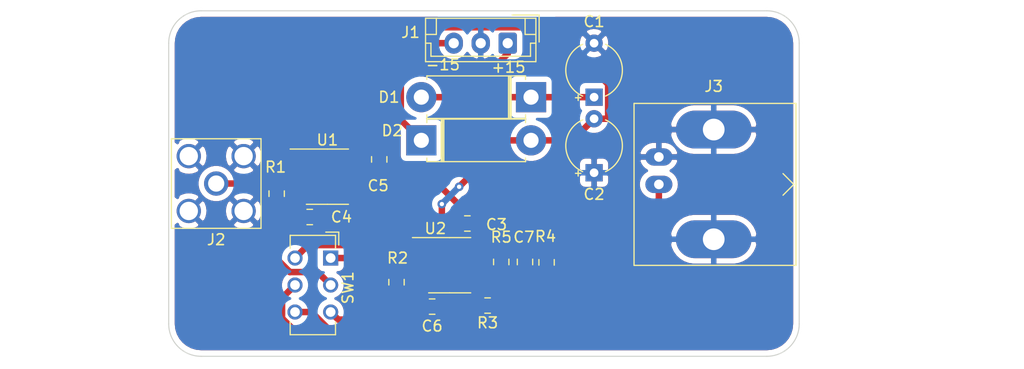
<source format=kicad_pcb>
(kicad_pcb (version 20171130) (host pcbnew "(5.1.5-0)")

  (general
    (thickness 1.6)
    (drawings 10)
    (tracks 90)
    (zones 0)
    (modules 20)
    (nets 14)
  )

  (page A4)
  (layers
    (0 F.Cu signal)
    (31 B.Cu signal)
    (32 B.Adhes user)
    (33 F.Adhes user)
    (34 B.Paste user)
    (35 F.Paste user)
    (36 B.SilkS user)
    (37 F.SilkS user)
    (38 B.Mask user)
    (39 F.Mask user)
    (40 Dwgs.User user)
    (41 Cmts.User user)
    (42 Eco1.User user)
    (43 Eco2.User user)
    (44 Edge.Cuts user)
    (45 Margin user)
    (46 B.CrtYd user hide)
    (47 F.CrtYd user)
    (48 B.Fab user)
    (49 F.Fab user hide)
  )

  (setup
    (last_trace_width 0.6)
    (user_trace_width 0.4)
    (user_trace_width 0.5)
    (user_trace_width 0.6)
    (user_trace_width 0.7)
    (user_trace_width 1)
    (trace_clearance 0.2)
    (zone_clearance 0.508)
    (zone_45_only no)
    (trace_min 0.2)
    (via_size 0.8)
    (via_drill 0.4)
    (via_min_size 0.4)
    (via_min_drill 0.3)
    (uvia_size 0.3)
    (uvia_drill 0.1)
    (uvias_allowed no)
    (uvia_min_size 0.2)
    (uvia_min_drill 0.1)
    (edge_width 0.1)
    (segment_width 0.2)
    (pcb_text_width 0.3)
    (pcb_text_size 1.5 1.5)
    (mod_edge_width 0.15)
    (mod_text_size 1 1)
    (mod_text_width 0.15)
    (pad_size 1.524 1.524)
    (pad_drill 0.762)
    (pad_to_mask_clearance 0)
    (aux_axis_origin 0 0)
    (visible_elements FFFFFF7F)
    (pcbplotparams
      (layerselection 0x010fc_ffffffff)
      (usegerberextensions false)
      (usegerberattributes false)
      (usegerberadvancedattributes false)
      (creategerberjobfile false)
      (excludeedgelayer true)
      (linewidth 0.100000)
      (plotframeref false)
      (viasonmask false)
      (mode 1)
      (useauxorigin false)
      (hpglpennumber 1)
      (hpglpenspeed 20)
      (hpglpendiameter 15.000000)
      (psnegative false)
      (psa4output false)
      (plotreference true)
      (plotvalue true)
      (plotinvisibletext false)
      (padsonsilk false)
      (subtractmaskfromsilk false)
      (outputformat 1)
      (mirror false)
      (drillshape 1)
      (scaleselection 1)
      (outputdirectory ""))
  )

  (net 0 "")
  (net 1 GND)
  (net 2 "Net-(D1-Pad2)")
  (net 3 "Net-(D2-Pad1)")
  (net 4 "Net-(J2-Pad1)")
  (net 5 "Net-(R1-Pad1)")
  (net 6 "Net-(R2-Pad1)")
  (net 7 "Net-(R3-Pad1)")
  (net 8 "Net-(SW1-Pad4)")
  (net 9 /+5V)
  (net 10 /-5V)
  (net 11 "Net-(C7-Pad2)")
  (net 12 "Net-(C7-Pad1)")
  (net 13 "Net-(J3-Pad1)")

  (net_class Default "Ceci est la Netclass par défaut."
    (clearance 0.2)
    (trace_width 0.25)
    (via_dia 0.8)
    (via_drill 0.4)
    (uvia_dia 0.3)
    (uvia_drill 0.1)
    (add_net /+5V)
    (add_net /-5V)
    (add_net GND)
    (add_net "Net-(C7-Pad1)")
    (add_net "Net-(C7-Pad2)")
    (add_net "Net-(D1-Pad2)")
    (add_net "Net-(D2-Pad1)")
    (add_net "Net-(J2-Pad1)")
    (add_net "Net-(J3-Pad1)")
    (add_net "Net-(R1-Pad1)")
    (add_net "Net-(R2-Pad1)")
    (add_net "Net-(R3-Pad1)")
    (add_net "Net-(SW1-Pad4)")
  )

  (module Capacitor_SMD:C_0805_2012Metric (layer F.Cu) (tedit 5B36C52B) (tstamp 5E5FBD5C)
    (at 49 45.4)
    (descr "Capacitor SMD 0805 (2012 Metric), square (rectangular) end terminal, IPC_7351 nominal, (Body size source: https://docs.google.com/spreadsheets/d/1BsfQQcO9C6DZCsRaXUlFlo91Tg2WpOkGARC1WS5S8t0/edit?usp=sharing), generated with kicad-footprint-generator")
    (tags capacitor)
    (path /5E6E4441)
    (attr smd)
    (fp_text reference C6 (at 0 1.8) (layer F.SilkS)
      (effects (font (size 1 1) (thickness 0.15)))
    )
    (fp_text value 0.1uF (at 0 1.65) (layer F.Fab)
      (effects (font (size 1 1) (thickness 0.15)))
    )
    (fp_text user %R (at 0 0) (layer F.Fab)
      (effects (font (size 0.5 0.5) (thickness 0.08)))
    )
    (fp_line (start 1.68 0.95) (end -1.68 0.95) (layer F.CrtYd) (width 0.05))
    (fp_line (start 1.68 -0.95) (end 1.68 0.95) (layer F.CrtYd) (width 0.05))
    (fp_line (start -1.68 -0.95) (end 1.68 -0.95) (layer F.CrtYd) (width 0.05))
    (fp_line (start -1.68 0.95) (end -1.68 -0.95) (layer F.CrtYd) (width 0.05))
    (fp_line (start -0.258578 0.71) (end 0.258578 0.71) (layer F.SilkS) (width 0.12))
    (fp_line (start -0.258578 -0.71) (end 0.258578 -0.71) (layer F.SilkS) (width 0.12))
    (fp_line (start 1 0.6) (end -1 0.6) (layer F.Fab) (width 0.1))
    (fp_line (start 1 -0.6) (end 1 0.6) (layer F.Fab) (width 0.1))
    (fp_line (start -1 -0.6) (end 1 -0.6) (layer F.Fab) (width 0.1))
    (fp_line (start -1 0.6) (end -1 -0.6) (layer F.Fab) (width 0.1))
    (pad 2 smd roundrect (at 0.9375 0) (size 0.975 1.4) (layers F.Cu F.Paste F.Mask) (roundrect_rratio 0.25)
      (net 1 GND))
    (pad 1 smd roundrect (at -0.9375 0) (size 0.975 1.4) (layers F.Cu F.Paste F.Mask) (roundrect_rratio 0.25)
      (net 10 /-5V))
    (model ${KISYS3DMOD}/Capacitor_SMD.3dshapes/C_0805_2012Metric.wrl
      (at (xyz 0 0 0))
      (scale (xyz 1 1 1))
      (rotate (xyz 0 0 0))
    )
  )

  (module Capacitor_SMD:C_0805_2012Metric (layer F.Cu) (tedit 5B36C52B) (tstamp 5E5FBD32)
    (at 57.6 41.2625 270)
    (descr "Capacitor SMD 0805 (2012 Metric), square (rectangular) end terminal, IPC_7351 nominal, (Body size source: https://docs.google.com/spreadsheets/d/1BsfQQcO9C6DZCsRaXUlFlo91Tg2WpOkGARC1WS5S8t0/edit?usp=sharing), generated with kicad-footprint-generator")
    (tags capacitor)
    (path /5E637A1E)
    (attr smd)
    (fp_text reference C7 (at -2.3 0.1 180) (layer F.SilkS)
      (effects (font (size 1 1) (thickness 0.15)))
    )
    (fp_text value 100pF (at 0 1.65 90) (layer F.Fab)
      (effects (font (size 1 1) (thickness 0.15)))
    )
    (fp_text user %R (at 0 0 90) (layer F.Fab)
      (effects (font (size 0.5 0.5) (thickness 0.08)))
    )
    (fp_line (start 1.68 0.95) (end -1.68 0.95) (layer F.CrtYd) (width 0.05))
    (fp_line (start 1.68 -0.95) (end 1.68 0.95) (layer F.CrtYd) (width 0.05))
    (fp_line (start -1.68 -0.95) (end 1.68 -0.95) (layer F.CrtYd) (width 0.05))
    (fp_line (start -1.68 0.95) (end -1.68 -0.95) (layer F.CrtYd) (width 0.05))
    (fp_line (start -0.258578 0.71) (end 0.258578 0.71) (layer F.SilkS) (width 0.12))
    (fp_line (start -0.258578 -0.71) (end 0.258578 -0.71) (layer F.SilkS) (width 0.12))
    (fp_line (start 1 0.6) (end -1 0.6) (layer F.Fab) (width 0.1))
    (fp_line (start 1 -0.6) (end 1 0.6) (layer F.Fab) (width 0.1))
    (fp_line (start -1 -0.6) (end 1 -0.6) (layer F.Fab) (width 0.1))
    (fp_line (start -1 0.6) (end -1 -0.6) (layer F.Fab) (width 0.1))
    (pad 2 smd roundrect (at 0.9375 0 270) (size 0.975 1.4) (layers F.Cu F.Paste F.Mask) (roundrect_rratio 0.25)
      (net 11 "Net-(C7-Pad2)"))
    (pad 1 smd roundrect (at -0.9375 0 270) (size 0.975 1.4) (layers F.Cu F.Paste F.Mask) (roundrect_rratio 0.25)
      (net 12 "Net-(C7-Pad1)"))
    (model ${KISYS3DMOD}/Capacitor_SMD.3dshapes/C_0805_2012Metric.wrl
      (at (xyz 0 0 0))
      (scale (xyz 1 1 1))
      (rotate (xyz 0 0 0))
    )
  )

  (module Package_SO:SO-8_3.9x4.9mm_P1.27mm (layer F.Cu) (tedit 5D9F72B1) (tstamp 5E5FBEC0)
    (at 50.625 41.565)
    (descr "SO, 8 Pin (https://www.nxp.com/docs/en/data-sheet/PCF8523.pdf), generated with kicad-footprint-generator ipc_gullwing_generator.py")
    (tags "SO SO")
    (path /5E681D04)
    (attr smd)
    (fp_text reference U2 (at -1.325 -3.4) (layer F.SilkS)
      (effects (font (size 1 1) (thickness 0.15)))
    )
    (fp_text value LT1464CS8 (at 0 3.4) (layer F.Fab)
      (effects (font (size 1 1) (thickness 0.15)))
    )
    (fp_text user %R (at 0 0) (layer F.Fab)
      (effects (font (size 0.98 0.98) (thickness 0.15)))
    )
    (fp_line (start 3.7 -2.7) (end -3.7 -2.7) (layer F.CrtYd) (width 0.05))
    (fp_line (start 3.7 2.7) (end 3.7 -2.7) (layer F.CrtYd) (width 0.05))
    (fp_line (start -3.7 2.7) (end 3.7 2.7) (layer F.CrtYd) (width 0.05))
    (fp_line (start -3.7 -2.7) (end -3.7 2.7) (layer F.CrtYd) (width 0.05))
    (fp_line (start -1.95 -1.475) (end -0.975 -2.45) (layer F.Fab) (width 0.1))
    (fp_line (start -1.95 2.45) (end -1.95 -1.475) (layer F.Fab) (width 0.1))
    (fp_line (start 1.95 2.45) (end -1.95 2.45) (layer F.Fab) (width 0.1))
    (fp_line (start 1.95 -2.45) (end 1.95 2.45) (layer F.Fab) (width 0.1))
    (fp_line (start -0.975 -2.45) (end 1.95 -2.45) (layer F.Fab) (width 0.1))
    (fp_line (start 0 -2.56) (end -3.45 -2.56) (layer F.SilkS) (width 0.12))
    (fp_line (start 0 -2.56) (end 1.95 -2.56) (layer F.SilkS) (width 0.12))
    (fp_line (start 0 2.56) (end -1.95 2.56) (layer F.SilkS) (width 0.12))
    (fp_line (start 0 2.56) (end 1.95 2.56) (layer F.SilkS) (width 0.12))
    (pad 8 smd roundrect (at 2.575 -1.905) (size 1.75 0.6) (layers F.Cu F.Paste F.Mask) (roundrect_rratio 0.25)
      (net 9 /+5V))
    (pad 7 smd roundrect (at 2.575 -0.635) (size 1.75 0.6) (layers F.Cu F.Paste F.Mask) (roundrect_rratio 0.25)
      (net 12 "Net-(C7-Pad1)"))
    (pad 6 smd roundrect (at 2.575 0.635) (size 1.75 0.6) (layers F.Cu F.Paste F.Mask) (roundrect_rratio 0.25)
      (net 11 "Net-(C7-Pad2)"))
    (pad 5 smd roundrect (at 2.575 1.905) (size 1.75 0.6) (layers F.Cu F.Paste F.Mask) (roundrect_rratio 0.25)
      (net 7 "Net-(R3-Pad1)"))
    (pad 4 smd roundrect (at -2.575 1.905) (size 1.75 0.6) (layers F.Cu F.Paste F.Mask) (roundrect_rratio 0.25)
      (net 10 /-5V))
    (pad 3 smd roundrect (at -2.575 0.635) (size 1.75 0.6) (layers F.Cu F.Paste F.Mask) (roundrect_rratio 0.25)
      (net 6 "Net-(R2-Pad1)"))
    (pad 2 smd roundrect (at -2.575 -0.635) (size 1.75 0.6) (layers F.Cu F.Paste F.Mask) (roundrect_rratio 0.25)
      (net 8 "Net-(SW1-Pad4)"))
    (pad 1 smd roundrect (at -2.575 -1.905) (size 1.75 0.6) (layers F.Cu F.Paste F.Mask) (roundrect_rratio 0.25)
      (net 8 "Net-(SW1-Pad4)"))
    (model ${KISYS3DMOD}/Package_SO.3dshapes/SO-8_3.9x4.9mm_P1.27mm.wrl
      (at (xyz 0 0 0))
      (scale (xyz 1 1 1))
      (rotate (xyz 0 0 0))
    )
  )

  (module Capacitor_SMD:C_0805_2012Metric (layer F.Cu) (tedit 5B36C52B) (tstamp 5E5FBCF9)
    (at 52.2625 37.7 180)
    (descr "Capacitor SMD 0805 (2012 Metric), square (rectangular) end terminal, IPC_7351 nominal, (Body size source: https://docs.google.com/spreadsheets/d/1BsfQQcO9C6DZCsRaXUlFlo91Tg2WpOkGARC1WS5S8t0/edit?usp=sharing), generated with kicad-footprint-generator")
    (tags capacitor)
    (path /5E637D4F)
    (attr smd)
    (fp_text reference C3 (at -2.7 -0.1) (layer F.SilkS)
      (effects (font (size 1 1) (thickness 0.15)))
    )
    (fp_text value 0.1uF (at 0 1.65) (layer F.Fab)
      (effects (font (size 1 1) (thickness 0.15)))
    )
    (fp_text user %R (at 0 0) (layer F.Fab)
      (effects (font (size 0.5 0.5) (thickness 0.08)))
    )
    (fp_line (start 1.68 0.95) (end -1.68 0.95) (layer F.CrtYd) (width 0.05))
    (fp_line (start 1.68 -0.95) (end 1.68 0.95) (layer F.CrtYd) (width 0.05))
    (fp_line (start -1.68 -0.95) (end 1.68 -0.95) (layer F.CrtYd) (width 0.05))
    (fp_line (start -1.68 0.95) (end -1.68 -0.95) (layer F.CrtYd) (width 0.05))
    (fp_line (start -0.258578 0.71) (end 0.258578 0.71) (layer F.SilkS) (width 0.12))
    (fp_line (start -0.258578 -0.71) (end 0.258578 -0.71) (layer F.SilkS) (width 0.12))
    (fp_line (start 1 0.6) (end -1 0.6) (layer F.Fab) (width 0.1))
    (fp_line (start 1 -0.6) (end 1 0.6) (layer F.Fab) (width 0.1))
    (fp_line (start -1 -0.6) (end 1 -0.6) (layer F.Fab) (width 0.1))
    (fp_line (start -1 0.6) (end -1 -0.6) (layer F.Fab) (width 0.1))
    (pad 2 smd roundrect (at 0.9375 0 180) (size 0.975 1.4) (layers F.Cu F.Paste F.Mask) (roundrect_rratio 0.25)
      (net 1 GND))
    (pad 1 smd roundrect (at -0.9375 0 180) (size 0.975 1.4) (layers F.Cu F.Paste F.Mask) (roundrect_rratio 0.25)
      (net 9 /+5V))
    (model ${KISYS3DMOD}/Capacitor_SMD.3dshapes/C_0805_2012Metric.wrl
      (at (xyz 0 0 0))
      (scale (xyz 1 1 1))
      (rotate (xyz 0 0 0))
    )
  )

  (module Capacitor_SMD:C_0805_2012Metric (layer F.Cu) (tedit 5B36C52B) (tstamp 5E5FBE64)
    (at 55.4 41.2625 270)
    (descr "Capacitor SMD 0805 (2012 Metric), square (rectangular) end terminal, IPC_7351 nominal, (Body size source: https://docs.google.com/spreadsheets/d/1BsfQQcO9C6DZCsRaXUlFlo91Tg2WpOkGARC1WS5S8t0/edit?usp=sharing), generated with kicad-footprint-generator")
    (tags capacitor)
    (path /5E64E869)
    (attr smd)
    (fp_text reference R5 (at -2.3 0 180) (layer F.SilkS)
      (effects (font (size 1 1) (thickness 0.15)))
    )
    (fp_text value "9.09K MF 0.6W" (at 0 1.65 90) (layer F.Fab)
      (effects (font (size 1 1) (thickness 0.15)))
    )
    (fp_text user %R (at 0 0 90) (layer F.Fab)
      (effects (font (size 0.5 0.5) (thickness 0.08)))
    )
    (fp_line (start 1.68 0.95) (end -1.68 0.95) (layer F.CrtYd) (width 0.05))
    (fp_line (start 1.68 -0.95) (end 1.68 0.95) (layer F.CrtYd) (width 0.05))
    (fp_line (start -1.68 -0.95) (end 1.68 -0.95) (layer F.CrtYd) (width 0.05))
    (fp_line (start -1.68 0.95) (end -1.68 -0.95) (layer F.CrtYd) (width 0.05))
    (fp_line (start -0.258578 0.71) (end 0.258578 0.71) (layer F.SilkS) (width 0.12))
    (fp_line (start -0.258578 -0.71) (end 0.258578 -0.71) (layer F.SilkS) (width 0.12))
    (fp_line (start 1 0.6) (end -1 0.6) (layer F.Fab) (width 0.1))
    (fp_line (start 1 -0.6) (end 1 0.6) (layer F.Fab) (width 0.1))
    (fp_line (start -1 -0.6) (end 1 -0.6) (layer F.Fab) (width 0.1))
    (fp_line (start -1 0.6) (end -1 -0.6) (layer F.Fab) (width 0.1))
    (pad 2 smd roundrect (at 0.9375 0 270) (size 0.975 1.4) (layers F.Cu F.Paste F.Mask) (roundrect_rratio 0.25)
      (net 11 "Net-(C7-Pad2)"))
    (pad 1 smd roundrect (at -0.9375 0 270) (size 0.975 1.4) (layers F.Cu F.Paste F.Mask) (roundrect_rratio 0.25)
      (net 12 "Net-(C7-Pad1)"))
    (model ${KISYS3DMOD}/Capacitor_SMD.3dshapes/C_0805_2012Metric.wrl
      (at (xyz 0 0 0))
      (scale (xyz 1 1 1))
      (rotate (xyz 0 0 0))
    )
  )

  (module Capacitor_SMD:C_0805_2012Metric (layer F.Cu) (tedit 5B36C52B) (tstamp 5E5FBE51)
    (at 54.1375 45.3)
    (descr "Capacitor SMD 0805 (2012 Metric), square (rectangular) end terminal, IPC_7351 nominal, (Body size source: https://docs.google.com/spreadsheets/d/1BsfQQcO9C6DZCsRaXUlFlo91Tg2WpOkGARC1WS5S8t0/edit?usp=sharing), generated with kicad-footprint-generator")
    (tags capacitor)
    (path /5E64E5D8)
    (attr smd)
    (fp_text reference R3 (at 0 1.6) (layer F.SilkS)
      (effects (font (size 1 1) (thickness 0.15)))
    )
    (fp_text value "10K MF 1/4W" (at 0 1.65) (layer F.Fab)
      (effects (font (size 1 1) (thickness 0.15)))
    )
    (fp_text user %R (at 0 0) (layer F.Fab)
      (effects (font (size 0.5 0.5) (thickness 0.08)))
    )
    (fp_line (start 1.68 0.95) (end -1.68 0.95) (layer F.CrtYd) (width 0.05))
    (fp_line (start 1.68 -0.95) (end 1.68 0.95) (layer F.CrtYd) (width 0.05))
    (fp_line (start -1.68 -0.95) (end 1.68 -0.95) (layer F.CrtYd) (width 0.05))
    (fp_line (start -1.68 0.95) (end -1.68 -0.95) (layer F.CrtYd) (width 0.05))
    (fp_line (start -0.258578 0.71) (end 0.258578 0.71) (layer F.SilkS) (width 0.12))
    (fp_line (start -0.258578 -0.71) (end 0.258578 -0.71) (layer F.SilkS) (width 0.12))
    (fp_line (start 1 0.6) (end -1 0.6) (layer F.Fab) (width 0.1))
    (fp_line (start 1 -0.6) (end 1 0.6) (layer F.Fab) (width 0.1))
    (fp_line (start -1 -0.6) (end 1 -0.6) (layer F.Fab) (width 0.1))
    (fp_line (start -1 0.6) (end -1 -0.6) (layer F.Fab) (width 0.1))
    (pad 2 smd roundrect (at 0.9375 0) (size 0.975 1.4) (layers F.Cu F.Paste F.Mask) (roundrect_rratio 0.25)
      (net 1 GND))
    (pad 1 smd roundrect (at -0.9375 0) (size 0.975 1.4) (layers F.Cu F.Paste F.Mask) (roundrect_rratio 0.25)
      (net 7 "Net-(R3-Pad1)"))
    (model ${KISYS3DMOD}/Capacitor_SMD.3dshapes/C_0805_2012Metric.wrl
      (at (xyz 0 0 0))
      (scale (xyz 1 1 1))
      (rotate (xyz 0 0 0))
    )
  )

  (module Capacitor_SMD:C_0805_2012Metric (layer F.Cu) (tedit 5B36C52B) (tstamp 5E5FBE18)
    (at 45.7 43.1375 270)
    (descr "Capacitor SMD 0805 (2012 Metric), square (rectangular) end terminal, IPC_7351 nominal, (Body size source: https://docs.google.com/spreadsheets/d/1BsfQQcO9C6DZCsRaXUlFlo91Tg2WpOkGARC1WS5S8t0/edit?usp=sharing), generated with kicad-footprint-generator")
    (tags capacitor)
    (path /5E64D0E4)
    (attr smd)
    (fp_text reference R2 (at -2.2375 -0.1 180) (layer F.SilkS)
      (effects (font (size 1 1) (thickness 0.15)))
    )
    (fp_text value "10K MF 1/4W" (at 0 1.65 90) (layer F.Fab)
      (effects (font (size 1 1) (thickness 0.15)))
    )
    (fp_text user %R (at 0 0 90) (layer F.Fab)
      (effects (font (size 0.5 0.5) (thickness 0.08)))
    )
    (fp_line (start 1.68 0.95) (end -1.68 0.95) (layer F.CrtYd) (width 0.05))
    (fp_line (start 1.68 -0.95) (end 1.68 0.95) (layer F.CrtYd) (width 0.05))
    (fp_line (start -1.68 -0.95) (end 1.68 -0.95) (layer F.CrtYd) (width 0.05))
    (fp_line (start -1.68 0.95) (end -1.68 -0.95) (layer F.CrtYd) (width 0.05))
    (fp_line (start -0.258578 0.71) (end 0.258578 0.71) (layer F.SilkS) (width 0.12))
    (fp_line (start -0.258578 -0.71) (end 0.258578 -0.71) (layer F.SilkS) (width 0.12))
    (fp_line (start 1 0.6) (end -1 0.6) (layer F.Fab) (width 0.1))
    (fp_line (start 1 -0.6) (end 1 0.6) (layer F.Fab) (width 0.1))
    (fp_line (start -1 -0.6) (end 1 -0.6) (layer F.Fab) (width 0.1))
    (fp_line (start -1 0.6) (end -1 -0.6) (layer F.Fab) (width 0.1))
    (pad 2 smd roundrect (at 0.9375 0 270) (size 0.975 1.4) (layers F.Cu F.Paste F.Mask) (roundrect_rratio 0.25)
      (net 1 GND))
    (pad 1 smd roundrect (at -0.9375 0 270) (size 0.975 1.4) (layers F.Cu F.Paste F.Mask) (roundrect_rratio 0.25)
      (net 6 "Net-(R2-Pad1)"))
    (model ${KISYS3DMOD}/Capacitor_SMD.3dshapes/C_0805_2012Metric.wrl
      (at (xyz 0 0 0))
      (scale (xyz 1 1 1))
      (rotate (xyz 0 0 0))
    )
  )

  (module Capacitor_SMD:C_0805_2012Metric (layer F.Cu) (tedit 5B36C52B) (tstamp 5E5FBE77)
    (at 59.6 41.3 90)
    (descr "Capacitor SMD 0805 (2012 Metric), square (rectangular) end terminal, IPC_7351 nominal, (Body size source: https://docs.google.com/spreadsheets/d/1BsfQQcO9C6DZCsRaXUlFlo91Tg2WpOkGARC1WS5S8t0/edit?usp=sharing), generated with kicad-footprint-generator")
    (tags capacitor)
    (path /5E64EC65)
    (attr smd)
    (fp_text reference R4 (at 2.4 -0.1 180) (layer F.SilkS)
      (effects (font (size 1 1) (thickness 0.15)))
    )
    (fp_text value 1K (at 0 1.65 90) (layer F.Fab)
      (effects (font (size 1 1) (thickness 0.15)))
    )
    (fp_text user %R (at 0 0 90) (layer F.Fab)
      (effects (font (size 0.5 0.5) (thickness 0.08)))
    )
    (fp_line (start 1.68 0.95) (end -1.68 0.95) (layer F.CrtYd) (width 0.05))
    (fp_line (start 1.68 -0.95) (end 1.68 0.95) (layer F.CrtYd) (width 0.05))
    (fp_line (start -1.68 -0.95) (end 1.68 -0.95) (layer F.CrtYd) (width 0.05))
    (fp_line (start -1.68 0.95) (end -1.68 -0.95) (layer F.CrtYd) (width 0.05))
    (fp_line (start -0.258578 0.71) (end 0.258578 0.71) (layer F.SilkS) (width 0.12))
    (fp_line (start -0.258578 -0.71) (end 0.258578 -0.71) (layer F.SilkS) (width 0.12))
    (fp_line (start 1 0.6) (end -1 0.6) (layer F.Fab) (width 0.1))
    (fp_line (start 1 -0.6) (end 1 0.6) (layer F.Fab) (width 0.1))
    (fp_line (start -1 -0.6) (end 1 -0.6) (layer F.Fab) (width 0.1))
    (fp_line (start -1 0.6) (end -1 -0.6) (layer F.Fab) (width 0.1))
    (pad 2 smd roundrect (at 0.9375 0 90) (size 0.975 1.4) (layers F.Cu F.Paste F.Mask) (roundrect_rratio 0.25)
      (net 1 GND))
    (pad 1 smd roundrect (at -0.9375 0 90) (size 0.975 1.4) (layers F.Cu F.Paste F.Mask) (roundrect_rratio 0.25)
      (net 11 "Net-(C7-Pad2)"))
    (model ${KISYS3DMOD}/Capacitor_SMD.3dshapes/C_0805_2012Metric.wrl
      (at (xyz 0 0 0))
      (scale (xyz 1 1 1))
      (rotate (xyz 0 0 0))
    )
  )

  (module Button_Switch_THT:SW_CuK_JS202011CQN_DPDT_Straight (layer F.Cu) (tedit 5A02FE31) (tstamp 5E5FBEA6)
    (at 39.6 40.9 270)
    (descr "CuK sub miniature slide switch, JS series, DPDT, right angle, http://www.ckswitches.com/media/1422/js.pdf")
    (tags "switch DPDT")
    (path /5E64481D)
    (fp_text reference SW1 (at 2.75 -1.6 90) (layer F.SilkS)
      (effects (font (size 1 1) (thickness 0.15)))
    )
    (fp_text value SS22D0205G2 (at 3 5 90) (layer F.Fab)
      (effects (font (size 1 1) (thickness 0.15)))
    )
    (fp_line (start -1 -0.35) (end 7 -0.35) (layer F.Fab) (width 0.1))
    (fp_line (start 7 -0.35) (end 7 3.65) (layer F.Fab) (width 0.1))
    (fp_line (start 7 3.65) (end -2 3.65) (layer F.Fab) (width 0.1))
    (fp_line (start -2 3.65) (end -2 0.65) (layer F.Fab) (width 0.1))
    (fp_text user %R (at 2 1.65 90) (layer F.Fab)
      (effects (font (size 1 1) (thickness 0.15)))
    )
    (fp_line (start -0.9 -0.45) (end -2.1 -0.45) (layer F.SilkS) (width 0.12))
    (fp_line (start -2.1 -0.45) (end -2.1 3.75) (layer F.SilkS) (width 0.12))
    (fp_line (start -2.1 3.75) (end -0.9 3.75) (layer F.SilkS) (width 0.12))
    (fp_line (start 5.9 -0.45) (end 7.1 -0.45) (layer F.SilkS) (width 0.12))
    (fp_line (start 7.1 -0.45) (end 7.1 3.75) (layer F.SilkS) (width 0.12))
    (fp_line (start 7.1 3.75) (end 5.9 3.75) (layer F.SilkS) (width 0.12))
    (fp_line (start -1.2 -0.75) (end -2.4 -0.75) (layer F.SilkS) (width 0.12))
    (fp_line (start -2.4 -0.75) (end -2.4 0.45) (layer F.SilkS) (width 0.12))
    (fp_line (start -2.25 -0.95) (end 7.25 -0.95) (layer F.CrtYd) (width 0.05))
    (fp_line (start 7.25 -0.95) (end 7.25 4.25) (layer F.CrtYd) (width 0.05))
    (fp_line (start 7.25 4.25) (end -2.25 4.25) (layer F.CrtYd) (width 0.05))
    (fp_line (start -2.25 4.25) (end -2.25 -0.95) (layer F.CrtYd) (width 0.05))
    (fp_line (start -1 -0.35) (end -2 0.65) (layer F.Fab) (width 0.1))
    (pad 6 thru_hole circle (at 5 3.3 270) (size 1.4 1.4) (drill 0.9) (layers *.Cu *.Mask)
      (net 12 "Net-(C7-Pad1)"))
    (pad 5 thru_hole circle (at 2.5 3.3 270) (size 1.4 1.4) (drill 0.9) (layers *.Cu *.Mask)
      (net 13 "Net-(J3-Pad1)"))
    (pad 4 thru_hole circle (at 0 3.3 270) (size 1.4 1.4) (drill 0.9) (layers *.Cu *.Mask)
      (net 8 "Net-(SW1-Pad4)"))
    (pad 3 thru_hole circle (at 5 0 270) (size 1.4 1.4) (drill 0.9) (layers *.Cu *.Mask)
      (net 7 "Net-(R3-Pad1)"))
    (pad 2 thru_hole circle (at 2.5 0 270) (size 1.4 1.4) (drill 0.9) (layers *.Cu *.Mask)
      (net 5 "Net-(R1-Pad1)"))
    (pad 1 thru_hole rect (at 0 0 270) (size 1.4 1.4) (drill 0.9) (layers *.Cu *.Mask)
      (net 6 "Net-(R2-Pad1)"))
    (model ${KISYS3DMOD}/Button_Switch_THT.3dshapes/SW_CuK_JS202011CQN_DPDT_Straight.wrl
      (at (xyz 0 0 0))
      (scale (xyz 1 1 1))
      (rotate (xyz 0 0 0))
    )
  )

  (module Package_SO:SO-8_3.9x4.9mm_P1.27mm (layer F.Cu) (tedit 5D9F72B1) (tstamp 5E6821F3)
    (at 39.3 33.365)
    (descr "SO, 8 Pin (https://www.nxp.com/docs/en/data-sheet/PCF8523.pdf), generated with kicad-footprint-generator ipc_gullwing_generator.py")
    (tags "SO SO")
    (path /5E683AF2)
    (attr smd)
    (fp_text reference U1 (at 0 -3.4) (layer F.SilkS)
      (effects (font (size 1 1) (thickness 0.15)))
    )
    (fp_text value LMC6081 (at 0 3.4) (layer F.Fab)
      (effects (font (size 1 1) (thickness 0.15)))
    )
    (fp_text user %R (at 0 0) (layer F.Fab)
      (effects (font (size 0.98 0.98) (thickness 0.15)))
    )
    (fp_line (start 3.7 -2.7) (end -3.7 -2.7) (layer F.CrtYd) (width 0.05))
    (fp_line (start 3.7 2.7) (end 3.7 -2.7) (layer F.CrtYd) (width 0.05))
    (fp_line (start -3.7 2.7) (end 3.7 2.7) (layer F.CrtYd) (width 0.05))
    (fp_line (start -3.7 -2.7) (end -3.7 2.7) (layer F.CrtYd) (width 0.05))
    (fp_line (start -1.95 -1.475) (end -0.975 -2.45) (layer F.Fab) (width 0.1))
    (fp_line (start -1.95 2.45) (end -1.95 -1.475) (layer F.Fab) (width 0.1))
    (fp_line (start 1.95 2.45) (end -1.95 2.45) (layer F.Fab) (width 0.1))
    (fp_line (start 1.95 -2.45) (end 1.95 2.45) (layer F.Fab) (width 0.1))
    (fp_line (start -0.975 -2.45) (end 1.95 -2.45) (layer F.Fab) (width 0.1))
    (fp_line (start 0 -2.56) (end -3.45 -2.56) (layer F.SilkS) (width 0.12))
    (fp_line (start 0 -2.56) (end 1.95 -2.56) (layer F.SilkS) (width 0.12))
    (fp_line (start 0 2.56) (end -1.95 2.56) (layer F.SilkS) (width 0.12))
    (fp_line (start 0 2.56) (end 1.95 2.56) (layer F.SilkS) (width 0.12))
    (pad 8 smd roundrect (at 2.575 -1.905) (size 1.75 0.6) (layers F.Cu F.Paste F.Mask) (roundrect_rratio 0.25))
    (pad 7 smd roundrect (at 2.575 -0.635) (size 1.75 0.6) (layers F.Cu F.Paste F.Mask) (roundrect_rratio 0.25)
      (net 9 /+5V))
    (pad 6 smd roundrect (at 2.575 0.635) (size 1.75 0.6) (layers F.Cu F.Paste F.Mask) (roundrect_rratio 0.25)
      (net 5 "Net-(R1-Pad1)"))
    (pad 5 smd roundrect (at 2.575 1.905) (size 1.75 0.6) (layers F.Cu F.Paste F.Mask) (roundrect_rratio 0.25))
    (pad 4 smd roundrect (at -2.575 1.905) (size 1.75 0.6) (layers F.Cu F.Paste F.Mask) (roundrect_rratio 0.25)
      (net 10 /-5V))
    (pad 3 smd roundrect (at -2.575 0.635) (size 1.75 0.6) (layers F.Cu F.Paste F.Mask) (roundrect_rratio 0.25)
      (net 4 "Net-(J2-Pad1)"))
    (pad 2 smd roundrect (at -2.575 -0.635) (size 1.75 0.6) (layers F.Cu F.Paste F.Mask) (roundrect_rratio 0.25)
      (net 1 GND))
    (pad 1 smd roundrect (at -2.575 -1.905) (size 1.75 0.6) (layers F.Cu F.Paste F.Mask) (roundrect_rratio 0.25))
    (model ${KISYS3DMOD}/Package_SO.3dshapes/SO-8_3.9x4.9mm_P1.27mm.wrl
      (at (xyz 0 0 0))
      (scale (xyz 1 1 1))
      (rotate (xyz 0 0 0))
    )
  )

  (module Diode_THT:D_5W_P10.16mm_Horizontal (layer F.Cu) (tedit 5AE50CD5) (tstamp 5E5FBD7B)
    (at 58.16 26 180)
    (descr "Diode, 5W series, Axial, Horizontal, pin pitch=10.16mm, , length*diameter=8.9*3.7mm^2, , http://www.diodes.com/_files/packages/8686949.gif")
    (tags "Diode 5W series Axial Horizontal pin pitch 10.16mm  length 8.9mm diameter 3.7mm")
    (path /5E660D0A)
    (fp_text reference D1 (at 13.16 0) (layer F.SilkS)
      (effects (font (size 1 1) (thickness 0.15)))
    )
    (fp_text value D_Schottky (at 5.08 2.97) (layer F.Fab) hide
      (effects (font (size 1 1) (thickness 0.15)))
    )
    (fp_line (start 0.63 -1.85) (end 0.63 1.85) (layer F.Fab) (width 0.1))
    (fp_line (start 0.63 1.85) (end 9.53 1.85) (layer F.Fab) (width 0.1))
    (fp_line (start 9.53 1.85) (end 9.53 -1.85) (layer F.Fab) (width 0.1))
    (fp_line (start 9.53 -1.85) (end 0.63 -1.85) (layer F.Fab) (width 0.1))
    (fp_line (start 0 0) (end 0.63 0) (layer F.Fab) (width 0.1))
    (fp_line (start 10.16 0) (end 9.53 0) (layer F.Fab) (width 0.1))
    (fp_line (start 1.965 -1.85) (end 1.965 1.85) (layer F.Fab) (width 0.1))
    (fp_line (start 2.065 -1.85) (end 2.065 1.85) (layer F.Fab) (width 0.1))
    (fp_line (start 1.865 -1.85) (end 1.865 1.85) (layer F.Fab) (width 0.1))
    (fp_line (start 0.51 -1.64) (end 0.51 -1.97) (layer F.SilkS) (width 0.12))
    (fp_line (start 0.51 -1.97) (end 9.65 -1.97) (layer F.SilkS) (width 0.12))
    (fp_line (start 9.65 -1.97) (end 9.65 -1.64) (layer F.SilkS) (width 0.12))
    (fp_line (start 0.51 1.64) (end 0.51 1.97) (layer F.SilkS) (width 0.12))
    (fp_line (start 0.51 1.97) (end 9.65 1.97) (layer F.SilkS) (width 0.12))
    (fp_line (start 9.65 1.97) (end 9.65 1.64) (layer F.SilkS) (width 0.12))
    (fp_line (start 1.965 -1.97) (end 1.965 1.97) (layer F.SilkS) (width 0.12))
    (fp_line (start 2.085 -1.97) (end 2.085 1.97) (layer F.SilkS) (width 0.12))
    (fp_line (start 1.845 -1.97) (end 1.845 1.97) (layer F.SilkS) (width 0.12))
    (fp_line (start -1.65 -2.1) (end -1.65 2.1) (layer F.CrtYd) (width 0.05))
    (fp_line (start -1.65 2.1) (end 11.81 2.1) (layer F.CrtYd) (width 0.05))
    (fp_line (start 11.81 2.1) (end 11.81 -2.1) (layer F.CrtYd) (width 0.05))
    (fp_line (start 11.81 -2.1) (end -1.65 -2.1) (layer F.CrtYd) (width 0.05))
    (fp_text user %R (at 5.7475 0) (layer F.Fab) hide
      (effects (font (size 1 1) (thickness 0.15)))
    )
    (fp_text user K (at 0 -2.4) (layer F.Fab) hide
      (effects (font (size 1 1) (thickness 0.15)))
    )
    (fp_text user K (at 0 -2.4) (layer F.SilkS) hide
      (effects (font (size 1 1) (thickness 0.15)))
    )
    (pad 1 thru_hole rect (at 0 0 180) (size 2.8 2.8) (drill 1.4) (layers *.Cu *.Mask)
      (net 9 /+5V))
    (pad 2 thru_hole oval (at 10.16 0 180) (size 2.8 2.8) (drill 1.4) (layers *.Cu *.Mask)
      (net 2 "Net-(D1-Pad2)"))
    (model ${KISYS3DMOD}/Diode_THT.3dshapes/D_5W_P10.16mm_Horizontal.wrl
      (at (xyz 0 0 0))
      (scale (xyz 1 1 1))
      (rotate (xyz 0 0 0))
    )
  )

  (module Capacitor_SMD:C_0805_2012Metric (layer F.Cu) (tedit 5B36C52B) (tstamp 5E5FBE3E)
    (at 34.6 34.9375 90)
    (descr "Capacitor SMD 0805 (2012 Metric), square (rectangular) end terminal, IPC_7351 nominal, (Body size source: https://docs.google.com/spreadsheets/d/1BsfQQcO9C6DZCsRaXUlFlo91Tg2WpOkGARC1WS5S8t0/edit?usp=sharing), generated with kicad-footprint-generator")
    (tags capacitor)
    (path /5E64EECC)
    (attr smd)
    (fp_text reference R1 (at 2.4625 -0.1 180) (layer F.SilkS)
      (effects (font (size 1 1) (thickness 0.15)))
    )
    (fp_text value "100M 1/4W" (at 0 1.65 90) (layer F.Fab)
      (effects (font (size 1 1) (thickness 0.15)))
    )
    (fp_text user %R (at 0 0 90) (layer F.Fab)
      (effects (font (size 0.5 0.5) (thickness 0.08)))
    )
    (fp_line (start 1.68 0.95) (end -1.68 0.95) (layer F.CrtYd) (width 0.05))
    (fp_line (start 1.68 -0.95) (end 1.68 0.95) (layer F.CrtYd) (width 0.05))
    (fp_line (start -1.68 -0.95) (end 1.68 -0.95) (layer F.CrtYd) (width 0.05))
    (fp_line (start -1.68 0.95) (end -1.68 -0.95) (layer F.CrtYd) (width 0.05))
    (fp_line (start -0.258578 0.71) (end 0.258578 0.71) (layer F.SilkS) (width 0.12))
    (fp_line (start -0.258578 -0.71) (end 0.258578 -0.71) (layer F.SilkS) (width 0.12))
    (fp_line (start 1 0.6) (end -1 0.6) (layer F.Fab) (width 0.1))
    (fp_line (start 1 -0.6) (end 1 0.6) (layer F.Fab) (width 0.1))
    (fp_line (start -1 -0.6) (end 1 -0.6) (layer F.Fab) (width 0.1))
    (fp_line (start -1 0.6) (end -1 -0.6) (layer F.Fab) (width 0.1))
    (pad 2 smd roundrect (at 0.9375 0 90) (size 0.975 1.4) (layers F.Cu F.Paste F.Mask) (roundrect_rratio 0.25)
      (net 4 "Net-(J2-Pad1)"))
    (pad 1 smd roundrect (at -0.9375 0 90) (size 0.975 1.4) (layers F.Cu F.Paste F.Mask) (roundrect_rratio 0.25)
      (net 5 "Net-(R1-Pad1)"))
    (model ${KISYS3DMOD}/Capacitor_SMD.3dshapes/C_0805_2012Metric.wrl
      (at (xyz 0 0 0))
      (scale (xyz 1 1 1))
      (rotate (xyz 0 0 0))
    )
  )

  (module Connector_Coaxial:SMA_Amphenol_132203-12_Horizontal (layer F.Cu) (tedit 5CF42CD6) (tstamp 5E5FBDBF)
    (at 29 34 90)
    (descr https://www.amphenolrf.com/media/downloads/1769/132203-12.pdf)
    (tags "SMA THT Female Jack Horizontal")
    (path /5E64687A)
    (fp_text reference J2 (at -5.2 0) (layer F.SilkS)
      (effects (font (size 1 1) (thickness 0.15)))
    )
    (fp_text value 5227161-3 (at 0 5 90) (layer F.Fab)
      (effects (font (size 1 1) (thickness 0.15)))
    )
    (fp_line (start -3.175 -5.998) (end 3.175 -6.704) (layer F.Fab) (width 0.1))
    (fp_line (start -3.175 -6.704) (end 3.175 -7.41) (layer F.Fab) (width 0.1))
    (fp_line (start -3.175 -7.41) (end 3.175 -8.116) (layer F.Fab) (width 0.1))
    (fp_line (start -3.175 -8.116) (end 3.175 -8.822) (layer F.Fab) (width 0.1))
    (fp_line (start -3.175 -8.822) (end 3.175 -9.528) (layer F.Fab) (width 0.1))
    (fp_line (start -3.175 -9.528) (end 3.175 -10.234) (layer F.Fab) (width 0.1))
    (fp_line (start -3.175 -10.234) (end 3.175 -10.94) (layer F.Fab) (width 0.1))
    (fp_line (start -3.175 -10.94) (end 3.175 -11.646) (layer F.Fab) (width 0.1))
    (fp_line (start -3.175 -11.646) (end 3.175 -12.352) (layer F.Fab) (width 0.1))
    (fp_line (start -3.175 -12.352) (end 3.175 -13.058) (layer F.Fab) (width 0.1))
    (fp_line (start -3.175 -13.058) (end 3.175 -13.764) (layer F.Fab) (width 0.1))
    (fp_line (start -3.175 -13.764) (end 3.175 -14.47) (layer F.Fab) (width 0.1))
    (fp_line (start -3.175 -14.47) (end 3.175 -15.176) (layer F.Fab) (width 0.1))
    (fp_line (start -3.175 -15.176) (end 3.175 -15.882) (layer F.Fab) (width 0.1))
    (fp_line (start -3.175 -15.882) (end 3.175 -16.588) (layer F.Fab) (width 0.1))
    (fp_line (start -3.175 -16.588) (end 3.175 -17.294) (layer F.Fab) (width 0.1))
    (fp_line (start -3.175 -17.294) (end 3.175 -18) (layer F.Fab) (width 0.1))
    (fp_line (start 4.5 4.5) (end -4.5 4.5) (layer F.CrtYd) (width 0.05))
    (fp_line (start 4.5 4.5) (end 4.5 -20) (layer F.CrtYd) (width 0.05))
    (fp_line (start -4.5 -20) (end -4.5 4.5) (layer F.CrtYd) (width 0.05))
    (fp_line (start -4.5 -20) (end 4.5 -20) (layer F.CrtYd) (width 0.05))
    (fp_line (start -4 -4) (end -4 4) (layer F.Fab) (width 0.1))
    (fp_line (start -4 4) (end 4 4) (layer F.Fab) (width 0.1))
    (fp_line (start 4 -4) (end 4 4) (layer F.Fab) (width 0.1))
    (fp_line (start -4.15 -4.15) (end -4.15 4.15) (layer F.SilkS) (width 0.12))
    (fp_line (start 4.15 -4.15) (end 4.15 4.15) (layer F.SilkS) (width 0.12))
    (fp_line (start -4.15 4.15) (end 4.15 4.15) (layer F.SilkS) (width 0.12))
    (fp_line (start -4.15 -4.15) (end 4.15 -4.15) (layer F.SilkS) (width 0.12))
    (fp_text user %R (at 0 0 90) (layer F.Fab)
      (effects (font (size 1 1) (thickness 0.15)))
    )
    (fp_line (start -3.175 -19.5) (end 3.175 -19.5) (layer F.Fab) (width 0.1))
    (fp_line (start -3.175 -19.5) (end -3.175 -5.07) (layer F.Fab) (width 0.1))
    (fp_line (start 3.175 -19.5) (end 3.175 -5.07) (layer F.Fab) (width 0.1))
    (fp_line (start 3.9 -4) (end 3.9 -5.07) (layer F.Fab) (width 0.1))
    (fp_line (start 3.9 -5.07) (end -3.9 -5.07) (layer F.Fab) (width 0.1))
    (fp_line (start -3.9 -5.07) (end -3.9 -4) (layer F.Fab) (width 0.1))
    (fp_line (start -4 -4) (end 4 -4) (layer F.Fab) (width 0.1))
    (fp_line (start -3.175 -18) (end 3.175 -18.706) (layer F.Fab) (width 0.1))
    (pad 1 thru_hole circle (at 0 0 90) (size 2.25 2.25) (drill 1.5) (layers *.Cu *.Mask)
      (net 4 "Net-(J2-Pad1)"))
    (pad 2 thru_hole circle (at 2.54 2.54 180) (size 2.25 2.25) (drill 1.7) (layers *.Cu *.Mask)
      (net 1 GND))
    (pad 2 thru_hole circle (at 2.54 -2.54 90) (size 2.25 2.25) (drill 1.7) (layers *.Cu *.Mask)
      (net 1 GND))
    (pad 2 thru_hole circle (at -2.54 -2.54 90) (size 2.25 2.25) (drill 1.7) (layers *.Cu *.Mask)
      (net 1 GND))
    (pad 2 thru_hole circle (at -2.54 2.54 90) (size 2.25 2.25) (drill 1.7) (layers *.Cu *.Mask)
      (net 1 GND))
    (model ${KISYS3DMOD}/Connector_Coaxial.3dshapes/SMA_Amphenol_132203-12_Horizontal.wrl
      (at (xyz 0 0 0))
      (scale (xyz 1 1 1))
      (rotate (xyz 0 0 0))
    )
  )

  (module Capacitor_SMD:C_0805_2012Metric (layer F.Cu) (tedit 5B36C52B) (tstamp 5E5FBD47)
    (at 37.6625 37.1)
    (descr "Capacitor SMD 0805 (2012 Metric), square (rectangular) end terminal, IPC_7351 nominal, (Body size source: https://docs.google.com/spreadsheets/d/1BsfQQcO9C6DZCsRaXUlFlo91Tg2WpOkGARC1WS5S8t0/edit?usp=sharing), generated with kicad-footprint-generator")
    (tags capacitor)
    (path /5E6E3F4A)
    (attr smd)
    (fp_text reference C4 (at 2.9375 0) (layer F.SilkS)
      (effects (font (size 1 1) (thickness 0.15)))
    )
    (fp_text value 0.1uF (at 0 1.65) (layer F.Fab)
      (effects (font (size 1 1) (thickness 0.15)))
    )
    (fp_text user %R (at 0 0) (layer F.Fab)
      (effects (font (size 0.5 0.5) (thickness 0.08)))
    )
    (fp_line (start 1.68 0.95) (end -1.68 0.95) (layer F.CrtYd) (width 0.05))
    (fp_line (start 1.68 -0.95) (end 1.68 0.95) (layer F.CrtYd) (width 0.05))
    (fp_line (start -1.68 -0.95) (end 1.68 -0.95) (layer F.CrtYd) (width 0.05))
    (fp_line (start -1.68 0.95) (end -1.68 -0.95) (layer F.CrtYd) (width 0.05))
    (fp_line (start -0.258578 0.71) (end 0.258578 0.71) (layer F.SilkS) (width 0.12))
    (fp_line (start -0.258578 -0.71) (end 0.258578 -0.71) (layer F.SilkS) (width 0.12))
    (fp_line (start 1 0.6) (end -1 0.6) (layer F.Fab) (width 0.1))
    (fp_line (start 1 -0.6) (end 1 0.6) (layer F.Fab) (width 0.1))
    (fp_line (start -1 -0.6) (end 1 -0.6) (layer F.Fab) (width 0.1))
    (fp_line (start -1 0.6) (end -1 -0.6) (layer F.Fab) (width 0.1))
    (pad 2 smd roundrect (at 0.9375 0) (size 0.975 1.4) (layers F.Cu F.Paste F.Mask) (roundrect_rratio 0.25)
      (net 1 GND))
    (pad 1 smd roundrect (at -0.9375 0) (size 0.975 1.4) (layers F.Cu F.Paste F.Mask) (roundrect_rratio 0.25)
      (net 10 /-5V))
    (model ${KISYS3DMOD}/Capacitor_SMD.3dshapes/C_0805_2012Metric.wrl
      (at (xyz 0 0 0))
      (scale (xyz 1 1 1))
      (rotate (xyz 0 0 0))
    )
  )

  (module Capacitor_SMD:C_0805_2012Metric (layer F.Cu) (tedit 5B36C52B) (tstamp 5E5FBD0E)
    (at 44.1 31.7625 90)
    (descr "Capacitor SMD 0805 (2012 Metric), square (rectangular) end terminal, IPC_7351 nominal, (Body size source: https://docs.google.com/spreadsheets/d/1BsfQQcO9C6DZCsRaXUlFlo91Tg2WpOkGARC1WS5S8t0/edit?usp=sharing), generated with kicad-footprint-generator")
    (tags capacitor)
    (path /5E6E3A81)
    (attr smd)
    (fp_text reference C5 (at -2.4375 -0.1 180) (layer F.SilkS)
      (effects (font (size 1 1) (thickness 0.15)))
    )
    (fp_text value 0.1uF (at 0 1.65 90) (layer F.Fab)
      (effects (font (size 1 1) (thickness 0.15)))
    )
    (fp_text user %R (at 0 0 90) (layer F.Fab)
      (effects (font (size 0.5 0.5) (thickness 0.08)))
    )
    (fp_line (start 1.68 0.95) (end -1.68 0.95) (layer F.CrtYd) (width 0.05))
    (fp_line (start 1.68 -0.95) (end 1.68 0.95) (layer F.CrtYd) (width 0.05))
    (fp_line (start -1.68 -0.95) (end 1.68 -0.95) (layer F.CrtYd) (width 0.05))
    (fp_line (start -1.68 0.95) (end -1.68 -0.95) (layer F.CrtYd) (width 0.05))
    (fp_line (start -0.258578 0.71) (end 0.258578 0.71) (layer F.SilkS) (width 0.12))
    (fp_line (start -0.258578 -0.71) (end 0.258578 -0.71) (layer F.SilkS) (width 0.12))
    (fp_line (start 1 0.6) (end -1 0.6) (layer F.Fab) (width 0.1))
    (fp_line (start 1 -0.6) (end 1 0.6) (layer F.Fab) (width 0.1))
    (fp_line (start -1 -0.6) (end 1 -0.6) (layer F.Fab) (width 0.1))
    (fp_line (start -1 0.6) (end -1 -0.6) (layer F.Fab) (width 0.1))
    (pad 2 smd roundrect (at 0.9375 0 90) (size 0.975 1.4) (layers F.Cu F.Paste F.Mask) (roundrect_rratio 0.25)
      (net 1 GND))
    (pad 1 smd roundrect (at -0.9375 0 90) (size 0.975 1.4) (layers F.Cu F.Paste F.Mask) (roundrect_rratio 0.25)
      (net 9 /+5V))
    (model ${KISYS3DMOD}/Capacitor_SMD.3dshapes/C_0805_2012Metric.wrl
      (at (xyz 0 0 0))
      (scale (xyz 1 1 1))
      (rotate (xyz 0 0 0))
    )
  )

  (module Capacitor_THT:CP_Radial_Tantal_D5.0mm_P5.00mm (layer F.Cu) (tedit 5AE50EF0) (tstamp 5E5FBD1D)
    (at 64 33 90)
    (descr "CP, Radial_Tantal series, Radial, pin pitch=5.00mm, , diameter=5.0mm, Tantal Electrolytic Capacitor, http://cdn-reichelt.de/documents/datenblatt/B300/TANTAL-TB-Serie%23.pdf")
    (tags "CP Radial_Tantal series Radial pin pitch 5.00mm  diameter 5.0mm Tantal Electrolytic Capacitor")
    (path /5E635FA5)
    (fp_text reference C2 (at -2 0 180) (layer F.SilkS)
      (effects (font (size 1 1) (thickness 0.15)))
    )
    (fp_text value "47uF Tant" (at 2.5 3.75 90) (layer F.Fab)
      (effects (font (size 1 1) (thickness 0.15)))
    )
    (fp_arc (start 2.5 0) (end 0.104003 -1.06) (angle 132.27036) (layer F.SilkS) (width 0.12))
    (fp_arc (start 2.5 0) (end 0.104003 1.06) (angle -132.27036) (layer F.SilkS) (width 0.12))
    (fp_circle (center 2.5 0) (end 5 0) (layer F.Fab) (width 0.1))
    (fp_circle (center 2.5 0) (end 6.22 0) (layer F.CrtYd) (width 0.05))
    (fp_line (start 0.366395 -1.0875) (end 0.866395 -1.0875) (layer F.Fab) (width 0.1))
    (fp_line (start 0.616395 -1.3375) (end 0.616395 -0.8375) (layer F.Fab) (width 0.1))
    (fp_line (start -0.304775 -1.475) (end 0.195225 -1.475) (layer F.SilkS) (width 0.12))
    (fp_line (start -0.054775 -1.725) (end -0.054775 -1.225) (layer F.SilkS) (width 0.12))
    (fp_text user %R (at 2.5 0 90) (layer F.Fab)
      (effects (font (size 1 1) (thickness 0.15)))
    )
    (pad 1 thru_hole rect (at 0 0 90) (size 1.6 1.6) (drill 0.8) (layers *.Cu *.Mask)
      (net 1 GND))
    (pad 2 thru_hole circle (at 5 0 90) (size 1.6 1.6) (drill 0.8) (layers *.Cu *.Mask)
      (net 10 /-5V))
    (model ${KISYS3DMOD}/Capacitor_THT.3dshapes/CP_Radial_Tantal_D5.0mm_P5.00mm.wrl
      (at (xyz 0 0 0))
      (scale (xyz 1 1 1))
      (rotate (xyz 0 0 0))
    )
  )

  (module Connector_JST:JST_EH_B3B-EH-A_1x03_P2.50mm_Vertical (layer F.Cu) (tedit 5C28142C) (tstamp 5E5FBE05)
    (at 56 21 180)
    (descr "JST EH series connector, B3B-EH-A (http://www.jst-mfg.com/product/pdf/eng/eEH.pdf), generated with kicad-footprint-generator")
    (tags "connector JST EH vertical")
    (path /5E662FAC)
    (fp_text reference J1 (at 9 1) (layer F.SilkS)
      (effects (font (size 1 1) (thickness 0.15)))
    )
    (fp_text value Conn_01x03_Male (at 2.5 3.4) (layer F.Fab)
      (effects (font (size 1 1) (thickness 0.15)))
    )
    (fp_text user %R (at 2.5 1.5) (layer F.Fab)
      (effects (font (size 1 1) (thickness 0.15)))
    )
    (fp_line (start -2.91 2.61) (end -0.41 2.61) (layer F.Fab) (width 0.1))
    (fp_line (start -2.91 0.11) (end -2.91 2.61) (layer F.Fab) (width 0.1))
    (fp_line (start -2.91 2.61) (end -0.41 2.61) (layer F.SilkS) (width 0.12))
    (fp_line (start -2.91 0.11) (end -2.91 2.61) (layer F.SilkS) (width 0.12))
    (fp_line (start 6.61 0.81) (end 6.61 2.31) (layer F.SilkS) (width 0.12))
    (fp_line (start 7.61 0.81) (end 6.61 0.81) (layer F.SilkS) (width 0.12))
    (fp_line (start -1.61 0.81) (end -1.61 2.31) (layer F.SilkS) (width 0.12))
    (fp_line (start -2.61 0.81) (end -1.61 0.81) (layer F.SilkS) (width 0.12))
    (fp_line (start 7.11 0) (end 7.61 0) (layer F.SilkS) (width 0.12))
    (fp_line (start 7.11 -1.21) (end 7.11 0) (layer F.SilkS) (width 0.12))
    (fp_line (start -2.11 -1.21) (end 7.11 -1.21) (layer F.SilkS) (width 0.12))
    (fp_line (start -2.11 0) (end -2.11 -1.21) (layer F.SilkS) (width 0.12))
    (fp_line (start -2.61 0) (end -2.11 0) (layer F.SilkS) (width 0.12))
    (fp_line (start 7.61 -1.71) (end -2.61 -1.71) (layer F.SilkS) (width 0.12))
    (fp_line (start 7.61 2.31) (end 7.61 -1.71) (layer F.SilkS) (width 0.12))
    (fp_line (start -2.61 2.31) (end 7.61 2.31) (layer F.SilkS) (width 0.12))
    (fp_line (start -2.61 -1.71) (end -2.61 2.31) (layer F.SilkS) (width 0.12))
    (fp_line (start 8 -2.1) (end -3 -2.1) (layer F.CrtYd) (width 0.05))
    (fp_line (start 8 2.7) (end 8 -2.1) (layer F.CrtYd) (width 0.05))
    (fp_line (start -3 2.7) (end 8 2.7) (layer F.CrtYd) (width 0.05))
    (fp_line (start -3 -2.1) (end -3 2.7) (layer F.CrtYd) (width 0.05))
    (fp_line (start 7.5 -1.6) (end -2.5 -1.6) (layer F.Fab) (width 0.1))
    (fp_line (start 7.5 2.2) (end 7.5 -1.6) (layer F.Fab) (width 0.1))
    (fp_line (start -2.5 2.2) (end 7.5 2.2) (layer F.Fab) (width 0.1))
    (fp_line (start -2.5 -1.6) (end -2.5 2.2) (layer F.Fab) (width 0.1))
    (pad 3 thru_hole oval (at 5 0 180) (size 1.7 1.95) (drill 0.95) (layers *.Cu *.Mask)
      (net 3 "Net-(D2-Pad1)"))
    (pad 2 thru_hole oval (at 2.5 0 180) (size 1.7 1.95) (drill 0.95) (layers *.Cu *.Mask)
      (net 1 GND))
    (pad 1 thru_hole roundrect (at 0 0 180) (size 1.7 1.95) (drill 0.95) (layers *.Cu *.Mask) (roundrect_rratio 0.147059)
      (net 2 "Net-(D1-Pad2)"))
    (model ${KISYS3DMOD}/Connector_JST.3dshapes/JST_EH_B3B-EH-A_1x03_P2.50mm_Vertical.wrl
      (at (xyz 0 0 0))
      (scale (xyz 1 1 1))
      (rotate (xyz 0 0 0))
    )
  )

  (module Connector_Coaxial:BNC_Amphenol_B6252HB-NPP3G-50_Horizontal (layer F.Cu) (tedit 5C13907B) (tstamp 5E5FBDE4)
    (at 70 34.08 270)
    (descr http://www.farnell.com/datasheets/612848.pdf)
    (tags "BNC Amphenol Horizontal")
    (path /5E646F59)
    (fp_text reference J3 (at -9.08 -5.08 180) (layer F.SilkS)
      (effects (font (size 1 1) (thickness 0.15)))
    )
    (fp_text value 5227161-3 (at 0 6 270) (layer F.Fab)
      (effects (font (size 1 1) (thickness 0.15)))
    )
    (fp_line (start 0 -12.5) (end 1 -11.5) (layer F.SilkS) (width 0.12))
    (fp_line (start 0 -12.5) (end -1 -11.5) (layer F.SilkS) (width 0.12))
    (fp_line (start 7.85 2.7) (end 7.85 -33.8) (layer F.CrtYd) (width 0.05))
    (fp_line (start 7.85 -33.8) (end -7.85 -33.8) (layer F.CrtYd) (width 0.05))
    (fp_line (start -7.85 2.7) (end -7.85 -33.8) (layer F.CrtYd) (width 0.05))
    (fp_line (start -7.85 2.7) (end 7.85 2.7) (layer F.CrtYd) (width 0.05))
    (fp_line (start -7.5 2.3) (end -7.5 -12.7) (layer F.SilkS) (width 0.12))
    (fp_line (start 7.5 2.3) (end -7.5 2.3) (layer F.SilkS) (width 0.12))
    (fp_line (start 7.5 -12.7) (end 7.5 2.3) (layer F.SilkS) (width 0.12))
    (fp_line (start -7.5 -12.7) (end 7.5 -12.7) (layer F.SilkS) (width 0.12))
    (fp_line (start -5 -14) (end 5 -15) (layer F.Fab) (width 0.1))
    (fp_text user %R (at 0 0 90) (layer F.Fab)
      (effects (font (size 1 1) (thickness 0.15)))
    )
    (fp_line (start -7.35 -12.7) (end -7.35 2.2) (layer F.Fab) (width 0.1))
    (fp_line (start 7.35 -12.7) (end -7.35 -12.7) (layer F.Fab) (width 0.1))
    (fp_line (start 7.35 2.2) (end 7.35 -12.7) (layer F.Fab) (width 0.1))
    (fp_line (start -7.35 2.2) (end 7.35 2.2) (layer F.Fab) (width 0.1))
    (fp_line (start -6.35 -21.4) (end -6.35 -12.7) (layer F.Fab) (width 0.1))
    (fp_line (start 6.35 -21.4) (end -6.35 -21.4) (layer F.Fab) (width 0.1))
    (fp_line (start 6.35 -12.7) (end 6.35 -21.4) (layer F.Fab) (width 0.1))
    (fp_line (start -4.8 -33.3) (end -4.8 -21.4) (layer F.Fab) (width 0.1))
    (fp_line (start 4.8 -33.3) (end -4.8 -33.3) (layer F.Fab) (width 0.1))
    (fp_line (start 4.8 -21.4) (end 4.8 -33.3) (layer F.Fab) (width 0.1))
    (fp_circle (center 0 -28.07) (end 1 -28.07) (layer F.Fab) (width 0.1))
    (fp_line (start -5 -15) (end 5 -16) (layer F.Fab) (width 0.1))
    (fp_line (start -5 -16) (end 5 -17) (layer F.Fab) (width 0.1))
    (fp_line (start -5 -17) (end 5 -18) (layer F.Fab) (width 0.1))
    (fp_line (start -5 -18) (end 5 -19) (layer F.Fab) (width 0.1))
    (fp_line (start -5 -19) (end 5 -20) (layer F.Fab) (width 0.1))
    (fp_line (start -5 -20) (end 5 -21) (layer F.Fab) (width 0.1))
    (pad 2 thru_hole oval (at -2.54 0 270) (size 1.6 2.5) (drill 0.89) (layers *.Cu *.Mask)
      (net 1 GND))
    (pad 1 thru_hole oval (at 0 0 270) (size 1.6 2.5) (drill 0.89) (layers *.Cu *.Mask)
      (net 13 "Net-(J3-Pad1)"))
    (pad 2 thru_hole oval (at 5.08 -5.08 270) (size 3.5 7) (drill 2.01) (layers *.Cu *.Mask)
      (net 1 GND))
    (pad 2 thru_hole oval (at -5.08 -5.08 270) (size 3.5 7) (drill 2.01) (layers *.Cu *.Mask)
      (net 1 GND))
    (model ${KISYS3DMOD}/Connector_Coaxial.3dshapes/BNC_Amphenol_B6252HB-NPP3G-50_Horizontal.wrl
      (at (xyz 0 0 0))
      (scale (xyz 1 1 1))
      (rotate (xyz 0 0 0))
    )
  )

  (module Diode_THT:D_5W_P10.16mm_Horizontal (layer F.Cu) (tedit 5AE50CD5) (tstamp 5E5FBD9A)
    (at 48 30)
    (descr "Diode, 5W series, Axial, Horizontal, pin pitch=10.16mm, , length*diameter=8.9*3.7mm^2, , http://www.diodes.com/_files/packages/8686949.gif")
    (tags "Diode 5W series Axial Horizontal pin pitch 10.16mm  length 8.9mm diameter 3.7mm")
    (path /5E661A2E)
    (fp_text reference D2 (at -2.7 -0.9) (layer F.SilkS)
      (effects (font (size 1 1) (thickness 0.15)))
    )
    (fp_text value D_Schottky (at 5.08 2.97) (layer F.Fab) hide
      (effects (font (size 1 1) (thickness 0.15)))
    )
    (fp_line (start 0.63 -1.85) (end 0.63 1.85) (layer F.Fab) (width 0.1))
    (fp_line (start 0.63 1.85) (end 9.53 1.85) (layer F.Fab) (width 0.1))
    (fp_line (start 9.53 1.85) (end 9.53 -1.85) (layer F.Fab) (width 0.1))
    (fp_line (start 9.53 -1.85) (end 0.63 -1.85) (layer F.Fab) (width 0.1))
    (fp_line (start 0 0) (end 0.63 0) (layer F.Fab) (width 0.1))
    (fp_line (start 10.16 0) (end 9.53 0) (layer F.Fab) (width 0.1))
    (fp_line (start 1.965 -1.85) (end 1.965 1.85) (layer F.Fab) (width 0.1))
    (fp_line (start 2.065 -1.85) (end 2.065 1.85) (layer F.Fab) (width 0.1))
    (fp_line (start 1.865 -1.85) (end 1.865 1.85) (layer F.Fab) (width 0.1))
    (fp_line (start 0.51 -1.64) (end 0.51 -1.97) (layer F.SilkS) (width 0.12))
    (fp_line (start 0.51 -1.97) (end 9.65 -1.97) (layer F.SilkS) (width 0.12))
    (fp_line (start 9.65 -1.97) (end 9.65 -1.64) (layer F.SilkS) (width 0.12))
    (fp_line (start 0.51 1.64) (end 0.51 1.97) (layer F.SilkS) (width 0.12))
    (fp_line (start 0.51 1.97) (end 9.65 1.97) (layer F.SilkS) (width 0.12))
    (fp_line (start 9.65 1.97) (end 9.65 1.64) (layer F.SilkS) (width 0.12))
    (fp_line (start 1.965 -1.97) (end 1.965 1.97) (layer F.SilkS) (width 0.12))
    (fp_line (start 2.085 -1.97) (end 2.085 1.97) (layer F.SilkS) (width 0.12))
    (fp_line (start 1.845 -1.97) (end 1.845 1.97) (layer F.SilkS) (width 0.12))
    (fp_line (start -1.65 -2.1) (end -1.65 2.1) (layer F.CrtYd) (width 0.05))
    (fp_line (start -1.65 2.1) (end 11.81 2.1) (layer F.CrtYd) (width 0.05))
    (fp_line (start 11.81 2.1) (end 11.81 -2.1) (layer F.CrtYd) (width 0.05))
    (fp_line (start 11.81 -2.1) (end -1.65 -2.1) (layer F.CrtYd) (width 0.05))
    (fp_text user %R (at 5.7475 0) (layer F.Fab) hide
      (effects (font (size 1 1) (thickness 0.15)))
    )
    (fp_text user K (at 0 -2.4) (layer F.Fab) hide
      (effects (font (size 1 1) (thickness 0.15)))
    )
    (fp_text user K (at 0 -2.4) (layer F.SilkS) hide
      (effects (font (size 1 1) (thickness 0.15)))
    )
    (pad 1 thru_hole rect (at 0 0) (size 2.8 2.8) (drill 1.4) (layers *.Cu *.Mask)
      (net 3 "Net-(D2-Pad1)"))
    (pad 2 thru_hole oval (at 10.16 0) (size 2.8 2.8) (drill 1.4) (layers *.Cu *.Mask)
      (net 10 /-5V))
    (model ${KISYS3DMOD}/Diode_THT.3dshapes/D_5W_P10.16mm_Horizontal.wrl
      (at (xyz 0 0 0))
      (scale (xyz 1 1 1))
      (rotate (xyz 0 0 0))
    )
  )

  (module Capacitor_THT:CP_Radial_Tantal_D5.0mm_P5.00mm (layer F.Cu) (tedit 5AE50EF0) (tstamp 5E5FBCE4)
    (at 64 26 90)
    (descr "CP, Radial_Tantal series, Radial, pin pitch=5.00mm, , diameter=5.0mm, Tantal Electrolytic Capacitor, http://cdn-reichelt.de/documents/datenblatt/B300/TANTAL-TB-Serie%23.pdf")
    (tags "CP Radial_Tantal series Radial pin pitch 5.00mm  diameter 5.0mm Tantal Electrolytic Capacitor")
    (path /5E6365E0)
    (fp_text reference C1 (at 7 0 180) (layer F.SilkS)
      (effects (font (size 1 1) (thickness 0.15)))
    )
    (fp_text value "47uF Tant" (at 2.5 3.75 90) (layer F.Fab)
      (effects (font (size 1 1) (thickness 0.15)))
    )
    (fp_text user %R (at 2.5 0 90) (layer F.Fab)
      (effects (font (size 1 1) (thickness 0.15)))
    )
    (fp_line (start -0.054775 -1.725) (end -0.054775 -1.225) (layer F.SilkS) (width 0.12))
    (fp_line (start -0.304775 -1.475) (end 0.195225 -1.475) (layer F.SilkS) (width 0.12))
    (fp_line (start 0.616395 -1.3375) (end 0.616395 -0.8375) (layer F.Fab) (width 0.1))
    (fp_line (start 0.366395 -1.0875) (end 0.866395 -1.0875) (layer F.Fab) (width 0.1))
    (fp_circle (center 2.5 0) (end 6.22 0) (layer F.CrtYd) (width 0.05))
    (fp_circle (center 2.5 0) (end 5 0) (layer F.Fab) (width 0.1))
    (fp_arc (start 2.5 0) (end 0.104003 1.06) (angle -132.27036) (layer F.SilkS) (width 0.12))
    (fp_arc (start 2.5 0) (end 0.104003 -1.06) (angle 132.27036) (layer F.SilkS) (width 0.12))
    (pad 2 thru_hole circle (at 5 0 90) (size 1.6 1.6) (drill 0.8) (layers *.Cu *.Mask)
      (net 1 GND))
    (pad 1 thru_hole rect (at 0 0 90) (size 1.6 1.6) (drill 0.8) (layers *.Cu *.Mask)
      (net 9 /+5V))
    (model ${KISYS3DMOD}/Capacitor_THT.3dshapes/CP_Radial_Tantal_D5.0mm_P5.00mm.wrl
      (at (xyz 0 0 0))
      (scale (xyz 1 1 1))
      (rotate (xyz 0 0 0))
    )
  )

  (gr_arc (start 80 47) (end 80 50) (angle -90) (layer Edge.Cuts) (width 0.1))
  (gr_arc (start 80 21) (end 83 21) (angle -90) (layer Edge.Cuts) (width 0.1))
  (gr_arc (start 27.6 47) (end 24.6 47) (angle -90) (layer Edge.Cuts) (width 0.1))
  (gr_arc (start 27.6 21) (end 27.6 18) (angle -90) (layer Edge.Cuts) (width 0.1))
  (gr_text -15 (at 50 23) (layer F.SilkS) (tstamp 5E5FF46B)
    (effects (font (size 1 1) (thickness 0.15)))
  )
  (gr_text "+15\n\n" (at 56.075 24.03) (layer F.SilkS)
    (effects (font (size 1 1) (thickness 0.15)))
  )
  (gr_line (start 24.6 47) (end 24.6 21) (layer Edge.Cuts) (width 0.1) (tstamp 5E5FF466))
  (gr_line (start 83 21) (end 83 47) (layer Edge.Cuts) (width 0.1))
  (gr_line (start 80 18) (end 27.6 18) (layer Edge.Cuts) (width 0.1))
  (gr_line (start 27.6 50) (end 80 50) (layer Edge.Cuts) (width 0.1))

  (segment (start 51.975 26) (end 56 21.975) (width 0.6) (layer F.Cu) (net 2))
  (segment (start 56 21.975) (end 56 21) (width 0.6) (layer F.Cu) (net 2))
  (segment (start 48 26) (end 51.975 26) (width 0.6) (layer F.Cu) (net 2))
  (segment (start 49.55 21) (end 51 21) (width 0.6) (layer F.Cu) (net 3))
  (segment (start 46.099999 24.450001) (end 49.55 21) (width 0.6) (layer F.Cu) (net 3))
  (segment (start 46.099999 28.099999) (end 46.099999 24.450001) (width 0.6) (layer F.Cu) (net 3))
  (segment (start 48 30) (end 46.099999 28.099999) (width 0.6) (layer F.Cu) (net 3))
  (segment (start 29 34) (end 34.6 34) (width 0.6) (layer F.Cu) (net 4))
  (segment (start 34.6 34) (end 36.725 34) (width 0.6) (layer F.Cu) (net 4))
  (segment (start 38.900001 42.700001) (end 39.6 43.4) (width 0.6) (layer F.Cu) (net 5))
  (segment (start 38.399999 42.199999) (end 38.900001 42.700001) (width 0.6) (layer F.Cu) (net 5))
  (segment (start 35.823997 42.199999) (end 38.399999 42.199999) (width 0.6) (layer F.Cu) (net 5))
  (segment (start 34.6 40.976002) (end 35.823997 42.199999) (width 0.6) (layer F.Cu) (net 5))
  (segment (start 40.49999 34.50001) (end 41 34) (width 0.6) (layer F.Cu) (net 5))
  (segment (start 40.49999 36.951848) (end 40.49999 34.50001) (width 0.6) (layer F.Cu) (net 5))
  (segment (start 38.651838 38.8) (end 40.49999 36.951848) (width 0.6) (layer F.Cu) (net 5))
  (segment (start 41 34) (end 41.875 34) (width 0.6) (layer F.Cu) (net 5))
  (segment (start 34.6 38.8) (end 38.651838 38.8) (width 0.6) (layer F.Cu) (net 5))
  (segment (start 34.6 38.8) (end 34.6 40.976002) (width 0.6) (layer F.Cu) (net 5))
  (segment (start 34.6 35.875) (end 34.6 38.8) (width 0.6) (layer F.Cu) (net 5))
  (segment (start 39.6 40.9) (end 44.3375 40.9) (width 0.6) (layer F.Cu) (net 6))
  (segment (start 48.05 42.2) (end 45.7 42.2) (width 0.6) (layer F.Cu) (net 6))
  (segment (start 44.4 40.9) (end 44.3375 40.9) (width 0.6) (layer F.Cu) (net 6))
  (segment (start 45.7 42.2) (end 44.4 40.9) (width 0.6) (layer F.Cu) (net 6))
  (segment (start 53.2 43.47) (end 53.2 45.3) (width 0.6) (layer F.Cu) (net 7))
  (segment (start 40.30001 46.60001) (end 39.6 45.9) (width 0.6) (layer F.Cu) (net 7))
  (segment (start 51.89999 46.60001) (end 40.30001 46.60001) (width 0.6) (layer F.Cu) (net 7))
  (segment (start 53.2 45.3) (end 51.89999 46.60001) (width 0.6) (layer F.Cu) (net 7))
  (segment (start 37.500001 39.699999) (end 46.599999 39.699999) (width 0.6) (layer F.Cu) (net 8))
  (segment (start 36.3 40.9) (end 37.500001 39.699999) (width 0.6) (layer F.Cu) (net 8))
  (segment (start 46.604998 39.695) (end 48.025 39.695) (width 0.6) (layer F.Cu) (net 8))
  (segment (start 46.599999 39.699999) (end 46.604998 39.695) (width 0.6) (layer F.Cu) (net 8))
  (segment (start 48.05 40.93) (end 48.05 39.66) (width 0.6) (layer F.Cu) (net 8))
  (segment (start 53.2 39.66) (end 53.2 37.7) (width 0.6) (layer F.Cu) (net 9))
  (segment (start 48.2 32.7) (end 53.2 37.7) (width 0.6) (layer F.Cu) (net 9))
  (segment (start 49.46 32.7) (end 48.2 32.7) (width 0.6) (layer F.Cu) (net 9))
  (segment (start 56.16 26) (end 49.46 32.7) (width 0.6) (layer F.Cu) (net 9))
  (segment (start 58.16 26) (end 56.16 26) (width 0.6) (layer F.Cu) (net 9))
  (segment (start 44.1 32.7) (end 48.2 32.7) (width 0.6) (layer F.Cu) (net 9))
  (segment (start 41.905 32.7) (end 41.875 32.73) (width 0.6) (layer F.Cu) (net 9))
  (segment (start 44.1 32.7) (end 41.905 32.7) (width 0.6) (layer F.Cu) (net 9))
  (segment (start 58.16 26) (end 64 26) (width 0.6) (layer F.Cu) (net 9))
  (segment (start 36.725 35.27) (end 36.725 37.1) (width 0.6) (layer F.Cu) (net 10))
  (segment (start 48.025 45.3625) (end 48.0625 45.4) (width 0.6) (layer F.Cu) (net 10))
  (segment (start 48.0625 43.4825) (end 48.05 43.47) (width 0.6) (layer F.Cu) (net 10))
  (segment (start 48.0625 45.4) (end 48.0625 43.4825) (width 0.6) (layer F.Cu) (net 10))
  (segment (start 62 30) (end 64 28) (width 0.6) (layer F.Cu) (net 10))
  (segment (start 58.16 30) (end 62 30) (width 0.6) (layer F.Cu) (net 10))
  (segment (start 48.925 43.47) (end 49.9 42.495) (width 0.6) (layer F.Cu) (net 10))
  (segment (start 48.05 43.47) (end 48.925 43.47) (width 0.6) (layer F.Cu) (net 10))
  (segment (start 49.9 42.495) (end 49.9 35.9) (width 0.6) (layer F.Cu) (net 10))
  (segment (start 49.9 35.9) (end 49.9 35.9) (width 0.6) (layer F.Cu) (net 10) (tstamp 5E687E94))
  (segment (start 49.9 35.9) (end 51.5 34.3) (width 0.6) (layer B.Cu) (net 10))
  (segment (start 51.5 34.3) (end 51.5 34.3) (width 0.6) (layer B.Cu) (net 10) (tstamp 5E687EBB))
  (via (at 51.5 34.3) (size 0.8) (drill 0.4) (layers F.Cu B.Cu) (net 10))
  (segment (start 58.16 30) (end 55.8 30) (width 0.6) (layer F.Cu) (net 10))
  (segment (start 55.8 30) (end 51.5 34.3) (width 0.6) (layer F.Cu) (net 10))
  (via (at 49.9 35.9) (size 0.8) (drill 0.4) (layers F.Cu B.Cu) (net 10))
  (segment (start 65.13137 28) (end 64 28) (width 0.6) (layer F.Cu) (net 10))
  (segment (start 65.300001 27.831369) (end 65.13137 28) (width 0.6) (layer F.Cu) (net 10))
  (segment (start 65.300001 24.799999) (end 65.300001 27.831369) (width 0.6) (layer F.Cu) (net 10))
  (segment (start 49.893626 19.52499) (end 60.024992 19.52499) (width 0.6) (layer F.Cu) (net 10))
  (segment (start 60.024992 19.52499) (end 65.300001 24.799999) (width 0.6) (layer F.Cu) (net 10))
  (segment (start 40.49999 32.019266) (end 40.49999 28.918626) (width 0.6) (layer F.Cu) (net 10))
  (segment (start 40.49999 28.918626) (end 49.893626 19.52499) (width 0.6) (layer F.Cu) (net 10))
  (segment (start 37.549256 34.97) (end 40.49999 32.019266) (width 0.6) (layer F.Cu) (net 10))
  (segment (start 37.025 34.97) (end 37.549256 34.97) (width 0.6) (layer F.Cu) (net 10))
  (segment (start 36.725 35.27) (end 37.025 34.97) (width 0.6) (layer F.Cu) (net 10))
  (segment (start 55.4 42.2) (end 57.6 42.2) (width 0.6) (layer F.Cu) (net 11))
  (segment (start 59.5625 42.2) (end 59.6 42.2375) (width 0.6) (layer F.Cu) (net 11))
  (segment (start 57.6 42.2) (end 59.5625 42.2) (width 0.6) (layer F.Cu) (net 11))
  (segment (start 53.2 42.2) (end 55.4 42.2) (width 0.6) (layer F.Cu) (net 11))
  (segment (start 55.4 40.325) (end 57.6 40.325) (width 0.6) (layer F.Cu) (net 12))
  (segment (start 58.085527 39.839473) (end 57.6 40.325) (width 0.6) (layer F.Cu) (net 12))
  (segment (start 58.55001 39.37499) (end 58.085527 39.839473) (width 0.6) (layer F.Cu) (net 12))
  (segment (start 60.364328 39.37499) (end 58.55001 39.37499) (width 0.6) (layer F.Cu) (net 12))
  (segment (start 60.9 39.910662) (end 60.364328 39.37499) (width 0.6) (layer F.Cu) (net 12))
  (segment (start 60.9 42.689338) (end 60.9 39.910662) (width 0.6) (layer F.Cu) (net 12))
  (segment (start 39.324018 47.40002) (end 56.189318 47.40002) (width 0.6) (layer F.Cu) (net 12))
  (segment (start 37.823998 45.9) (end 39.324018 47.40002) (width 0.6) (layer F.Cu) (net 12))
  (segment (start 56.189318 47.40002) (end 60.9 42.689338) (width 0.6) (layer F.Cu) (net 12))
  (segment (start 36.3 45.9) (end 37.823998 45.9) (width 0.6) (layer F.Cu) (net 12))
  (segment (start 54.795 40.93) (end 53.2 40.93) (width 0.6) (layer F.Cu) (net 12))
  (segment (start 55.4 40.325) (end 54.795 40.93) (width 0.6) (layer F.Cu) (net 12))
  (segment (start 70 35.48) (end 70 34.08) (width 0.6) (layer F.Cu) (net 13))
  (segment (start 57.27997 48.20003) (end 70 35.48) (width 0.6) (layer F.Cu) (net 13))
  (segment (start 36.824028 48.20003) (end 57.27997 48.20003) (width 0.6) (layer F.Cu) (net 13))
  (segment (start 35.099999 46.476001) (end 36.824028 48.20003) (width 0.6) (layer F.Cu) (net 13))
  (segment (start 35.099999 44.600001) (end 35.099999 46.476001) (width 0.6) (layer F.Cu) (net 13))
  (segment (start 36.3 43.4) (end 35.099999 44.600001) (width 0.6) (layer F.Cu) (net 13))

  (zone (net 1) (net_name GND) (layer F.Cu) (tstamp 0) (hatch edge 0.508)
    (connect_pads (clearance 0.508))
    (min_thickness 0.254)
    (fill yes (arc_segments 32) (thermal_gap 0.508) (thermal_bridge_width 0.508))
    (polygon
      (pts
        (xy 84.5 51) (xy 23.6 51) (xy 23.6 17) (xy 84.5 17)
      )
    )
    (filled_polygon
      (pts
        (xy 49.371654 18.743804) (xy 49.229282 18.860646) (xy 49.200001 18.896325) (xy 39.871326 28.225001) (xy 39.835647 28.254282)
        (xy 39.718805 28.396654) (xy 39.651822 28.521971) (xy 39.631984 28.559086) (xy 39.578519 28.735335) (xy 39.560466 28.918626)
        (xy 39.564991 28.964568) (xy 39.56499 31.631976) (xy 38.208108 32.988858) (xy 38.07625 32.857) (xy 36.852 32.857)
        (xy 36.852 32.877) (xy 36.598 32.877) (xy 36.598 32.857) (xy 35.37375 32.857) (xy 35.313522 32.917228)
        (xy 35.228285 32.891372) (xy 35.05625 32.874428) (xy 34.14375 32.874428) (xy 33.971715 32.891372) (xy 33.806291 32.941553)
        (xy 33.653836 33.023042) (xy 33.60271 33.065) (xy 32.280846 33.065) (xy 32.474079 32.961714) (xy 32.584926 32.684531)
        (xy 31.54 31.639605) (xy 30.495074 32.684531) (xy 30.605921 32.961714) (xy 30.8153 33.065) (xy 30.491987 33.065)
        (xy 30.367081 32.878065) (xy 30.121935 32.632919) (xy 29.833673 32.440308) (xy 29.513373 32.307636) (xy 29.173345 32.24)
        (xy 28.826655 32.24) (xy 28.486627 32.307636) (xy 28.166327 32.440308) (xy 27.878065 32.632919) (xy 27.632919 32.878065)
        (xy 27.440308 33.166327) (xy 27.307636 33.486627) (xy 27.24 33.826655) (xy 27.24 34.173345) (xy 27.307636 34.513373)
        (xy 27.440308 34.833673) (xy 27.632919 35.121935) (xy 27.878065 35.367081) (xy 28.166327 35.559692) (xy 28.486627 35.692364)
        (xy 28.826655 35.76) (xy 29.173345 35.76) (xy 29.513373 35.692364) (xy 29.833673 35.559692) (xy 30.121935 35.367081)
        (xy 30.367081 35.121935) (xy 30.491987 34.935) (xy 30.799154 34.935) (xy 30.605921 35.038286) (xy 30.495074 35.315469)
        (xy 31.54 36.360395) (xy 32.584926 35.315469) (xy 32.474079 35.038286) (xy 32.2647 34.935) (xy 33.60271 34.935)
        (xy 33.605756 34.9375) (xy 33.520208 35.007708) (xy 33.410542 35.141336) (xy 33.329053 35.293791) (xy 33.278872 35.459215)
        (xy 33.261928 35.63125) (xy 33.261928 36.11875) (xy 33.268414 36.184601) (xy 33.262366 36.13862) (xy 33.150966 35.810315)
        (xy 33.041714 35.605921) (xy 32.764531 35.495074) (xy 31.719605 36.54) (xy 32.764531 37.584926) (xy 33.041714 37.474079)
        (xy 33.195089 37.16316) (xy 33.28486 36.828295) (xy 33.307576 36.48235) (xy 33.285065 36.311201) (xy 33.329053 36.456209)
        (xy 33.410542 36.608664) (xy 33.520208 36.742292) (xy 33.653836 36.851958) (xy 33.665 36.857925) (xy 33.665001 38.754058)
        (xy 33.660476 38.8) (xy 33.665 38.845932) (xy 33.665001 40.93006) (xy 33.660476 40.976002) (xy 33.678529 41.159293)
        (xy 33.721572 41.301185) (xy 33.731994 41.335542) (xy 33.818815 41.497974) (xy 33.935657 41.640346) (xy 33.971336 41.669627)
        (xy 35.103 42.801292) (xy 35.016304 43.010595) (xy 34.965 43.268514) (xy 34.965 43.412711) (xy 34.47134 43.906371)
        (xy 34.435655 43.935657) (xy 34.318813 44.07803) (xy 34.231992 44.240462) (xy 34.195503 44.36075) (xy 34.178528 44.41671)
        (xy 34.160475 44.600001) (xy 34.164999 44.645933) (xy 34.165 46.430059) (xy 34.160475 46.476001) (xy 34.178528 46.659292)
        (xy 34.227725 46.821471) (xy 34.231993 46.835541) (xy 34.318814 46.997973) (xy 34.435656 47.140345) (xy 34.471335 47.169626)
        (xy 36.130402 48.828694) (xy 36.159684 48.864374) (xy 36.302056 48.981216) (xy 36.464488 49.068037) (xy 36.571452 49.100484)
        (xy 36.640735 49.121501) (xy 36.824027 49.139554) (xy 36.869959 49.13503) (xy 57.234038 49.13503) (xy 57.27997 49.139554)
        (xy 57.325902 49.13503) (xy 57.463262 49.121501) (xy 57.63951 49.068037) (xy 57.801942 48.981216) (xy 57.944314 48.864374)
        (xy 57.9736 48.828689) (xy 67.144286 39.658003) (xy 70.997573 39.658003) (xy 71.077947 39.955368) (xy 71.276388 40.379439)
        (xy 71.553748 40.756648) (xy 71.899369 41.072498) (xy 72.299968 41.314852) (xy 72.74015 41.474396) (xy 73.203 41.545)
        (xy 74.953 41.545) (xy 74.953 39.287) (xy 75.207 39.287) (xy 75.207 41.545) (xy 76.957 41.545)
        (xy 77.41985 41.474396) (xy 77.860032 41.314852) (xy 78.260631 41.072498) (xy 78.606252 40.756648) (xy 78.883612 40.379439)
        (xy 79.082053 39.955368) (xy 79.162427 39.658003) (xy 79.052625 39.287) (xy 75.207 39.287) (xy 74.953 39.287)
        (xy 71.107375 39.287) (xy 70.997573 39.658003) (xy 67.144286 39.658003) (xy 68.140292 38.661997) (xy 70.997573 38.661997)
        (xy 71.107375 39.033) (xy 74.953 39.033) (xy 74.953 36.775) (xy 75.207 36.775) (xy 75.207 39.033)
        (xy 79.052625 39.033) (xy 79.162427 38.661997) (xy 79.082053 38.364632) (xy 78.883612 37.940561) (xy 78.606252 37.563352)
        (xy 78.260631 37.247502) (xy 77.860032 37.005148) (xy 77.41985 36.845604) (xy 76.957 36.775) (xy 75.207 36.775)
        (xy 74.953 36.775) (xy 73.203 36.775) (xy 72.74015 36.845604) (xy 72.299968 37.005148) (xy 71.899369 37.247502)
        (xy 71.553748 37.563352) (xy 71.276388 37.940561) (xy 71.077947 38.364632) (xy 70.997573 38.661997) (xy 68.140292 38.661997)
        (xy 70.62866 36.173629) (xy 70.664344 36.144344) (xy 70.781186 36.001972) (xy 70.868007 35.83954) (xy 70.921471 35.663292)
        (xy 70.935 35.525932) (xy 70.935 35.525931) (xy 70.939524 35.48) (xy 70.935 35.434068) (xy 70.935 35.432448)
        (xy 71.001808 35.412182) (xy 71.251101 35.278932) (xy 71.469608 35.099608) (xy 71.648932 34.881101) (xy 71.782182 34.631808)
        (xy 71.864236 34.361309) (xy 71.891943 34.08) (xy 71.864236 33.798691) (xy 71.782182 33.528192) (xy 71.648932 33.278899)
        (xy 71.469608 33.060392) (xy 71.251101 32.881068) (xy 71.123259 32.812735) (xy 71.352839 32.662601) (xy 71.5545 32.464895)
        (xy 71.713715 32.231646) (xy 71.824367 31.971818) (xy 71.841904 31.889039) (xy 71.719915 31.667) (xy 70.127 31.667)
        (xy 70.127 31.687) (xy 69.873 31.687) (xy 69.873 31.667) (xy 68.280085 31.667) (xy 68.158096 31.889039)
        (xy 68.175633 31.971818) (xy 68.286285 32.231646) (xy 68.4455 32.464895) (xy 68.647161 32.662601) (xy 68.876741 32.812735)
        (xy 68.748899 32.881068) (xy 68.530392 33.060392) (xy 68.351068 33.278899) (xy 68.217818 33.528192) (xy 68.135764 33.798691)
        (xy 68.108057 34.08) (xy 68.135764 34.361309) (xy 68.217818 34.631808) (xy 68.351068 34.881101) (xy 68.530392 35.099608)
        (xy 68.748899 35.278932) (xy 68.833538 35.324173) (xy 61.835 42.322711) (xy 61.835 39.956597) (xy 61.839524 39.910662)
        (xy 61.821472 39.72737) (xy 61.768007 39.551121) (xy 61.728232 39.476708) (xy 61.681186 39.38869) (xy 61.564344 39.246318)
        (xy 61.528654 39.217028) (xy 61.057959 38.746332) (xy 61.028672 38.710646) (xy 60.8863 38.593804) (xy 60.723868 38.506983)
        (xy 60.54762 38.453519) (xy 60.41026 38.43999) (xy 60.364328 38.435466) (xy 60.318396 38.43999) (xy 58.595941 38.43999)
        (xy 58.550009 38.435466) (xy 58.366717 38.453519) (xy 58.313253 38.469737) (xy 58.19047 38.506983) (xy 58.028038 38.593804)
        (xy 57.885666 38.710646) (xy 57.85638 38.746331) (xy 57.403283 39.199428) (xy 57.14375 39.199428) (xy 56.971715 39.216372)
        (xy 56.806291 39.266553) (xy 56.653836 39.348042) (xy 56.60271 39.39) (xy 56.39729 39.39) (xy 56.346164 39.348042)
        (xy 56.193709 39.266553) (xy 56.028285 39.216372) (xy 55.85625 39.199428) (xy 54.94375 39.199428) (xy 54.771715 39.216372)
        (xy 54.66529 39.248656) (xy 54.653084 39.208418) (xy 54.580258 39.072171) (xy 54.482251 38.952749) (xy 54.362829 38.854742)
        (xy 54.226582 38.781916) (xy 54.135 38.754135) (xy 54.135 38.69729) (xy 54.176958 38.646164) (xy 54.258447 38.493709)
        (xy 54.308628 38.328285) (xy 54.325572 38.15625) (xy 54.325572 37.24375) (xy 54.308628 37.071715) (xy 54.258447 36.906291)
        (xy 54.176958 36.753836) (xy 54.067292 36.620208) (xy 53.933664 36.510542) (xy 53.781209 36.429053) (xy 53.615785 36.378872)
        (xy 53.44375 36.361928) (xy 53.184217 36.361928) (xy 52.019772 35.197483) (xy 52.159774 35.103937) (xy 52.303937 34.959774)
        (xy 52.417205 34.790256) (xy 52.477431 34.644858) (xy 53.322289 33.8) (xy 62.561928 33.8) (xy 62.574188 33.924482)
        (xy 62.610498 34.04418) (xy 62.669463 34.154494) (xy 62.748815 34.251185) (xy 62.845506 34.330537) (xy 62.95582 34.389502)
        (xy 63.075518 34.425812) (xy 63.2 34.438072) (xy 63.71425 34.435) (xy 63.873 34.27625) (xy 63.873 33.127)
        (xy 64.127 33.127) (xy 64.127 34.27625) (xy 64.28575 34.435) (xy 64.8 34.438072) (xy 64.924482 34.425812)
        (xy 65.04418 34.389502) (xy 65.154494 34.330537) (xy 65.251185 34.251185) (xy 65.330537 34.154494) (xy 65.389502 34.04418)
        (xy 65.425812 33.924482) (xy 65.438072 33.8) (xy 65.435 33.28575) (xy 65.27625 33.127) (xy 64.127 33.127)
        (xy 63.873 33.127) (xy 62.72375 33.127) (xy 62.565 33.28575) (xy 62.561928 33.8) (xy 53.322289 33.8)
        (xy 54.922289 32.2) (xy 62.561928 32.2) (xy 62.565 32.71425) (xy 62.72375 32.873) (xy 63.873 32.873)
        (xy 63.873 31.72375) (xy 64.127 31.72375) (xy 64.127 32.873) (xy 65.27625 32.873) (xy 65.435 32.71425)
        (xy 65.438072 32.2) (xy 65.425812 32.075518) (xy 65.389502 31.95582) (xy 65.330537 31.845506) (xy 65.251185 31.748815)
        (xy 65.154494 31.669463) (xy 65.04418 31.610498) (xy 64.924482 31.574188) (xy 64.8 31.561928) (xy 64.28575 31.565)
        (xy 64.127 31.72375) (xy 63.873 31.72375) (xy 63.71425 31.565) (xy 63.2 31.561928) (xy 63.075518 31.574188)
        (xy 62.95582 31.610498) (xy 62.845506 31.669463) (xy 62.748815 31.748815) (xy 62.669463 31.845506) (xy 62.610498 31.95582)
        (xy 62.574188 32.075518) (xy 62.561928 32.2) (xy 54.922289 32.2) (xy 56.18729 30.935) (xy 56.344622 30.935)
        (xy 56.356607 30.963934) (xy 56.579313 31.297237) (xy 56.862763 31.580687) (xy 57.196066 31.803393) (xy 57.566413 31.956796)
        (xy 57.95957 32.035) (xy 58.36043 32.035) (xy 58.753587 31.956796) (xy 59.123934 31.803393) (xy 59.457237 31.580687)
        (xy 59.740687 31.297237) (xy 59.811698 31.190961) (xy 68.158096 31.190961) (xy 68.280085 31.413) (xy 69.873 31.413)
        (xy 69.873 30.105) (xy 70.127 30.105) (xy 70.127 31.413) (xy 71.719915 31.413) (xy 71.841904 31.190961)
        (xy 71.824367 31.108182) (xy 71.713715 30.848354) (xy 71.5545 30.615105) (xy 71.352839 30.417399) (xy 71.116483 30.262834)
        (xy 70.854514 30.15735) (xy 70.577 30.105) (xy 70.127 30.105) (xy 69.873 30.105) (xy 69.423 30.105)
        (xy 69.145486 30.15735) (xy 68.883517 30.262834) (xy 68.647161 30.417399) (xy 68.4455 30.615105) (xy 68.286285 30.848354)
        (xy 68.175633 31.108182) (xy 68.158096 31.190961) (xy 59.811698 31.190961) (xy 59.963393 30.963934) (xy 59.975378 30.935)
        (xy 61.954068 30.935) (xy 62 30.939524) (xy 62.045932 30.935) (xy 62.183292 30.921471) (xy 62.35954 30.868007)
        (xy 62.521972 30.781186) (xy 62.664344 30.664344) (xy 62.69363 30.628659) (xy 63.824286 29.498003) (xy 70.997573 29.498003)
        (xy 71.077947 29.795368) (xy 71.276388 30.219439) (xy 71.553748 30.596648) (xy 71.899369 30.912498) (xy 72.299968 31.154852)
        (xy 72.74015 31.314396) (xy 73.203 31.385) (xy 74.953 31.385) (xy 74.953 29.127) (xy 75.207 29.127)
        (xy 75.207 31.385) (xy 76.957 31.385) (xy 77.41985 31.314396) (xy 77.860032 31.154852) (xy 78.260631 30.912498)
        (xy 78.606252 30.596648) (xy 78.883612 30.219439) (xy 79.082053 29.795368) (xy 79.162427 29.498003) (xy 79.052625 29.127)
        (xy 75.207 29.127) (xy 74.953 29.127) (xy 71.107375 29.127) (xy 70.997573 29.498003) (xy 63.824286 29.498003)
        (xy 63.88729 29.435) (xy 64.141335 29.435) (xy 64.418574 29.379853) (xy 64.679727 29.27168) (xy 64.914759 29.114637)
        (xy 65.093593 28.935803) (xy 65.13137 28.939524) (xy 65.177302 28.935) (xy 65.314662 28.921471) (xy 65.49091 28.868007)
        (xy 65.653342 28.781186) (xy 65.795714 28.664344) (xy 65.825 28.628659) (xy 65.92866 28.524999) (xy 65.956687 28.501997)
        (xy 70.997573 28.501997) (xy 71.107375 28.873) (xy 74.953 28.873) (xy 74.953 26.615) (xy 75.207 26.615)
        (xy 75.207 28.873) (xy 79.052625 28.873) (xy 79.162427 28.501997) (xy 79.082053 28.204632) (xy 78.883612 27.780561)
        (xy 78.606252 27.403352) (xy 78.260631 27.087502) (xy 77.860032 26.845148) (xy 77.41985 26.685604) (xy 76.957 26.615)
        (xy 75.207 26.615) (xy 74.953 26.615) (xy 73.203 26.615) (xy 72.74015 26.685604) (xy 72.299968 26.845148)
        (xy 71.899369 27.087502) (xy 71.553748 27.403352) (xy 71.276388 27.780561) (xy 71.077947 28.204632) (xy 70.997573 28.501997)
        (xy 65.956687 28.501997) (xy 65.964345 28.495713) (xy 66.081187 28.353341) (xy 66.168008 28.190909) (xy 66.221472 28.014661)
        (xy 66.235001 27.877301) (xy 66.239525 27.83137) (xy 66.235001 27.785438) (xy 66.235001 24.84593) (xy 66.239525 24.799998)
        (xy 66.221472 24.616706) (xy 66.204855 24.561928) (xy 66.168008 24.440459) (xy 66.081187 24.278027) (xy 65.964345 24.135655)
        (xy 65.928667 24.106375) (xy 64.237732 22.415441) (xy 64.35013 22.398787) (xy 64.616292 22.303603) (xy 64.741514 22.236671)
        (xy 64.813097 21.992702) (xy 64 21.179605) (xy 63.985858 21.193748) (xy 63.806253 21.014143) (xy 63.820395 21)
        (xy 64.179605 21) (xy 64.992702 21.813097) (xy 65.236671 21.741514) (xy 65.357571 21.486004) (xy 65.4263 21.211816)
        (xy 65.440217 20.929488) (xy 65.398787 20.64987) (xy 65.303603 20.383708) (xy 65.236671 20.258486) (xy 64.992702 20.186903)
        (xy 64.179605 21) (xy 63.820395 21) (xy 63.007298 20.186903) (xy 62.763329 20.258486) (xy 62.642429 20.513996)
        (xy 62.581071 20.758779) (xy 61.82959 20.007298) (xy 63.186903 20.007298) (xy 64 20.820395) (xy 64.813097 20.007298)
        (xy 64.741514 19.763329) (xy 64.486004 19.642429) (xy 64.211816 19.5737) (xy 63.929488 19.559783) (xy 63.64987 19.601213)
        (xy 63.383708 19.696397) (xy 63.258486 19.763329) (xy 63.186903 20.007298) (xy 61.82959 20.007298) (xy 60.718622 18.896331)
        (xy 60.689336 18.860646) (xy 60.546964 18.743804) (xy 60.436949 18.685) (xy 79.966495 18.685) (xy 80.449016 18.732312)
        (xy 80.88093 18.862714) (xy 81.279285 19.074524) (xy 81.628914 19.359675) (xy 81.916497 19.707303) (xy 82.131086 20.104177)
        (xy 82.264498 20.535161) (xy 82.315 21.015654) (xy 82.315001 46.966485) (xy 82.267688 47.449016) (xy 82.137287 47.880927)
        (xy 81.92548 48.27928) (xy 81.640325 48.628914) (xy 81.292697 48.916497) (xy 80.895825 49.131085) (xy 80.464834 49.2645)
        (xy 79.984346 49.315) (xy 27.633504 49.315) (xy 27.150984 49.267688) (xy 26.719073 49.137287) (xy 26.32072 48.92548)
        (xy 25.971086 48.640325) (xy 25.683503 48.292697) (xy 25.468915 47.895825) (xy 25.3355 47.464834) (xy 25.285 46.984346)
        (xy 25.285 37.86519) (xy 25.299709 37.879899) (xy 25.415075 37.764533) (xy 25.525921 38.041714) (xy 25.83684 38.195089)
        (xy 26.171705 38.28486) (xy 26.51765 38.307576) (xy 26.86138 38.262366) (xy 27.189685 38.150966) (xy 27.394079 38.041714)
        (xy 27.504926 37.764531) (xy 30.495074 37.764531) (xy 30.605921 38.041714) (xy 30.91684 38.195089) (xy 31.251705 38.28486)
        (xy 31.59765 38.307576) (xy 31.94138 38.262366) (xy 32.269685 38.150966) (xy 32.474079 38.041714) (xy 32.584926 37.764531)
        (xy 31.54 36.719605) (xy 30.495074 37.764531) (xy 27.504926 37.764531) (xy 26.46 36.719605) (xy 26.445858 36.733748)
        (xy 26.266253 36.554143) (xy 26.280395 36.54) (xy 26.639605 36.54) (xy 27.684531 37.584926) (xy 27.961714 37.474079)
        (xy 28.115089 37.16316) (xy 28.20486 36.828295) (xy 28.220004 36.59765) (xy 29.772424 36.59765) (xy 29.817634 36.94138)
        (xy 29.929034 37.269685) (xy 30.038286 37.474079) (xy 30.315469 37.584926) (xy 31.360395 36.54) (xy 30.315469 35.495074)
        (xy 30.038286 35.605921) (xy 29.884911 35.91684) (xy 29.79514 36.251705) (xy 29.772424 36.59765) (xy 28.220004 36.59765)
        (xy 28.227576 36.48235) (xy 28.182366 36.13862) (xy 28.070966 35.810315) (xy 27.961714 35.605921) (xy 27.684531 35.495074)
        (xy 26.639605 36.54) (xy 26.280395 36.54) (xy 26.266253 36.525858) (xy 26.445858 36.346253) (xy 26.46 36.360395)
        (xy 27.504926 35.315469) (xy 27.394079 35.038286) (xy 27.08316 34.884911) (xy 26.748295 34.79514) (xy 26.40235 34.772424)
        (xy 26.05862 34.817634) (xy 25.730315 34.929034) (xy 25.525921 35.038286) (xy 25.415075 35.315467) (xy 25.299709 35.200101)
        (xy 25.285 35.21481) (xy 25.285 32.78519) (xy 25.299709 32.799899) (xy 25.415075 32.684533) (xy 25.525921 32.961714)
        (xy 25.83684 33.115089) (xy 26.171705 33.20486) (xy 26.51765 33.227576) (xy 26.86138 33.182366) (xy 27.189685 33.070966)
        (xy 27.394079 32.961714) (xy 27.504926 32.684531) (xy 26.46 31.639605) (xy 26.445858 31.653748) (xy 26.266253 31.474143)
        (xy 26.280395 31.46) (xy 26.639605 31.46) (xy 27.684531 32.504926) (xy 27.961714 32.394079) (xy 28.115089 32.08316)
        (xy 28.20486 31.748295) (xy 28.220004 31.51765) (xy 29.772424 31.51765) (xy 29.817634 31.86138) (xy 29.929034 32.189685)
        (xy 30.038286 32.394079) (xy 30.315469 32.504926) (xy 31.360395 31.46) (xy 31.719605 31.46) (xy 32.764531 32.504926)
        (xy 33.041714 32.394079) (xy 33.195089 32.08316) (xy 33.28486 31.748295) (xy 33.307576 31.40235) (xy 33.29543 31.31)
        (xy 35.211928 31.31) (xy 35.211928 31.61) (xy 35.227071 31.763745) (xy 35.271916 31.911582) (xy 35.34373 32.045936)
        (xy 35.319463 32.075506) (xy 35.260498 32.18582) (xy 35.224188 32.305518) (xy 35.211928 32.43) (xy 35.215 32.44425)
        (xy 35.37375 32.603) (xy 36.598 32.603) (xy 36.598 32.583) (xy 36.852 32.583) (xy 36.852 32.603)
        (xy 38.07625 32.603) (xy 38.235 32.44425) (xy 38.238072 32.43) (xy 38.225812 32.305518) (xy 38.189502 32.18582)
        (xy 38.130537 32.075506) (xy 38.10627 32.045936) (xy 38.178084 31.911582) (xy 38.222929 31.763745) (xy 38.238072 31.61)
        (xy 38.238072 31.31) (xy 38.222929 31.156255) (xy 38.178084 31.008418) (xy 38.105258 30.872171) (xy 38.007251 30.752749)
        (xy 37.887829 30.654742) (xy 37.751582 30.581916) (xy 37.603745 30.537071) (xy 37.45 30.521928) (xy 36 30.521928)
        (xy 35.846255 30.537071) (xy 35.698418 30.581916) (xy 35.562171 30.654742) (xy 35.442749 30.752749) (xy 35.344742 30.872171)
        (xy 35.271916 31.008418) (xy 35.227071 31.156255) (xy 35.211928 31.31) (xy 33.29543 31.31) (xy 33.262366 31.05862)
        (xy 33.150966 30.730315) (xy 33.041714 30.525921) (xy 32.764531 30.415074) (xy 31.719605 31.46) (xy 31.360395 31.46)
        (xy 30.315469 30.415074) (xy 30.038286 30.525921) (xy 29.884911 30.83684) (xy 29.79514 31.171705) (xy 29.772424 31.51765)
        (xy 28.220004 31.51765) (xy 28.227576 31.40235) (xy 28.182366 31.05862) (xy 28.070966 30.730315) (xy 27.961714 30.525921)
        (xy 27.684531 30.415074) (xy 26.639605 31.46) (xy 26.280395 31.46) (xy 26.266253 31.445858) (xy 26.445858 31.266253)
        (xy 26.46 31.280395) (xy 27.504926 30.235469) (xy 30.495074 30.235469) (xy 31.54 31.280395) (xy 32.584926 30.235469)
        (xy 32.474079 29.958286) (xy 32.16316 29.804911) (xy 31.828295 29.71514) (xy 31.48235 29.692424) (xy 31.13862 29.737634)
        (xy 30.810315 29.849034) (xy 30.605921 29.958286) (xy 30.495074 30.235469) (xy 27.504926 30.235469) (xy 27.394079 29.958286)
        (xy 27.08316 29.804911) (xy 26.748295 29.71514) (xy 26.40235 29.692424) (xy 26.05862 29.737634) (xy 25.730315 29.849034)
        (xy 25.525921 29.958286) (xy 25.415075 30.235467) (xy 25.299709 30.120101) (xy 25.285 30.13481) (xy 25.285 21.033505)
        (xy 25.332312 20.550984) (xy 25.462714 20.11907) (xy 25.674524 19.720715) (xy 25.959675 19.371086) (xy 26.307303 19.083503)
        (xy 26.704177 18.868914) (xy 27.135161 18.735502) (xy 27.615654 18.685) (xy 49.481669 18.685)
      )
    )
    (filled_polygon
      (pts
        (xy 56.653836 43.176958) (xy 56.806291 43.258447) (xy 56.971715 43.308628) (xy 57.14375 43.325572) (xy 58.05625 43.325572)
        (xy 58.228285 43.308628) (xy 58.393709 43.258447) (xy 58.546164 43.176958) (xy 58.577153 43.151526) (xy 58.653836 43.214458)
        (xy 58.806291 43.295947) (xy 58.932743 43.334306) (xy 56.19331 46.073739) (xy 56.200572 46) (xy 56.1975 45.58575)
        (xy 56.03875 45.427) (xy 55.202 45.427) (xy 55.202 45.447) (xy 54.948 45.447) (xy 54.948 45.427)
        (xy 54.928 45.427) (xy 54.928 45.173) (xy 54.948 45.173) (xy 54.948 44.12375) (xy 55.202 44.12375)
        (xy 55.202 45.173) (xy 56.03875 45.173) (xy 56.1975 45.01425) (xy 56.200572 44.6) (xy 56.188312 44.475518)
        (xy 56.152002 44.35582) (xy 56.093037 44.245506) (xy 56.013685 44.148815) (xy 55.916994 44.069463) (xy 55.80668 44.010498)
        (xy 55.686982 43.974188) (xy 55.5625 43.961928) (xy 55.36075 43.965) (xy 55.202 44.12375) (xy 54.948 44.12375)
        (xy 54.78925 43.965) (xy 54.631163 43.962593) (xy 54.653084 43.921582) (xy 54.697929 43.773745) (xy 54.713072 43.62)
        (xy 54.713072 43.32) (xy 54.710111 43.289941) (xy 54.771715 43.308628) (xy 54.94375 43.325572) (xy 55.85625 43.325572)
        (xy 56.028285 43.308628) (xy 56.193709 43.258447) (xy 56.346164 43.176958) (xy 56.39729 43.135) (xy 56.60271 43.135)
      )
    )
    (filled_polygon
      (pts
        (xy 44.361928 42.184217) (xy 44.361928 42.44375) (xy 44.378872 42.615785) (xy 44.429053 42.781209) (xy 44.510542 42.933664)
        (xy 44.620208 43.067292) (xy 44.626564 43.072508) (xy 44.548815 43.136315) (xy 44.469463 43.233006) (xy 44.410498 43.34332)
        (xy 44.374188 43.463018) (xy 44.361928 43.5875) (xy 44.365 43.78925) (xy 44.52375 43.948) (xy 45.573 43.948)
        (xy 45.573 43.928) (xy 45.827 43.928) (xy 45.827 43.948) (xy 45.847 43.948) (xy 45.847 44.202)
        (xy 45.827 44.202) (xy 45.827 45.03875) (xy 45.98575 45.1975) (xy 46.4 45.200572) (xy 46.524482 45.188312)
        (xy 46.64418 45.152002) (xy 46.754494 45.093037) (xy 46.851185 45.013685) (xy 46.930537 44.916994) (xy 46.941602 44.896293)
        (xy 46.936928 44.94375) (xy 46.936928 45.66501) (xy 40.914411 45.66501) (xy 40.883696 45.510595) (xy 40.783061 45.267641)
        (xy 40.636962 45.048987) (xy 40.451013 44.863038) (xy 40.232359 44.716939) (xy 40.070754 44.65) (xy 40.232359 44.583061)
        (xy 40.26313 44.5625) (xy 44.361928 44.5625) (xy 44.374188 44.686982) (xy 44.410498 44.80668) (xy 44.469463 44.916994)
        (xy 44.548815 45.013685) (xy 44.645506 45.093037) (xy 44.75582 45.152002) (xy 44.875518 45.188312) (xy 45 45.200572)
        (xy 45.41425 45.1975) (xy 45.573 45.03875) (xy 45.573 44.202) (xy 44.52375 44.202) (xy 44.365 44.36075)
        (xy 44.361928 44.5625) (xy 40.26313 44.5625) (xy 40.451013 44.436962) (xy 40.636962 44.251013) (xy 40.783061 44.032359)
        (xy 40.883696 43.789405) (xy 40.935 43.531486) (xy 40.935 43.268514) (xy 40.883696 43.010595) (xy 40.783061 42.767641)
        (xy 40.636962 42.548987) (xy 40.451013 42.363038) (xy 40.263987 42.238072) (xy 40.3 42.238072) (xy 40.424482 42.225812)
        (xy 40.54418 42.189502) (xy 40.654494 42.130537) (xy 40.751185 42.051185) (xy 40.830537 41.954494) (xy 40.889502 41.84418)
        (xy 40.892287 41.835) (xy 44.012711 41.835)
      )
    )
    (filled_polygon
      (pts
        (xy 51.452 37.573) (xy 51.472 37.573) (xy 51.472 37.827) (xy 51.452 37.827) (xy 51.452 38.87625)
        (xy 51.61075 39.035) (xy 51.8125 39.038072) (xy 51.850824 39.034298) (xy 51.819742 39.072171) (xy 51.746916 39.208418)
        (xy 51.702071 39.356255) (xy 51.686928 39.51) (xy 51.686928 39.81) (xy 51.702071 39.963745) (xy 51.746916 40.111582)
        (xy 51.819742 40.247829) (xy 51.858454 40.295) (xy 51.819742 40.342171) (xy 51.746916 40.478418) (xy 51.702071 40.626255)
        (xy 51.686928 40.78) (xy 51.686928 41.08) (xy 51.702071 41.233745) (xy 51.746916 41.381582) (xy 51.819742 41.517829)
        (xy 51.858454 41.565) (xy 51.819742 41.612171) (xy 51.746916 41.748418) (xy 51.702071 41.896255) (xy 51.686928 42.05)
        (xy 51.686928 42.35) (xy 51.702071 42.503745) (xy 51.746916 42.651582) (xy 51.819742 42.787829) (xy 51.858454 42.835)
        (xy 51.819742 42.882171) (xy 51.746916 43.018418) (xy 51.702071 43.166255) (xy 51.686928 43.32) (xy 51.686928 43.62)
        (xy 51.702071 43.773745) (xy 51.746916 43.921582) (xy 51.819742 44.057829) (xy 51.917749 44.177251) (xy 52.037171 44.275258)
        (xy 52.173418 44.348084) (xy 52.218764 44.361839) (xy 52.141553 44.506291) (xy 52.091372 44.671715) (xy 52.074428 44.84375)
        (xy 52.074428 45.103283) (xy 51.512701 45.66501) (xy 51.03926 45.66501) (xy 50.90125 45.527) (xy 50.0645 45.527)
        (xy 50.0645 45.547) (xy 49.8105 45.547) (xy 49.8105 45.527) (xy 49.7905 45.527) (xy 49.7905 45.273)
        (xy 49.8105 45.273) (xy 49.8105 44.22375) (xy 50.0645 44.22375) (xy 50.0645 45.273) (xy 50.90125 45.273)
        (xy 51.06 45.11425) (xy 51.063072 44.7) (xy 51.050812 44.575518) (xy 51.014502 44.45582) (xy 50.955537 44.345506)
        (xy 50.876185 44.248815) (xy 50.779494 44.169463) (xy 50.66918 44.110498) (xy 50.549482 44.074188) (xy 50.425 44.061928)
        (xy 50.22325 44.065) (xy 50.0645 44.22375) (xy 49.8105 44.22375) (xy 49.65202 44.06527) (xy 50.528665 43.188625)
        (xy 50.564344 43.159344) (xy 50.681186 43.016972) (xy 50.768007 42.85454) (xy 50.808221 42.721971) (xy 50.821471 42.678293)
        (xy 50.839524 42.495001) (xy 50.835 42.449069) (xy 50.835 39.037826) (xy 50.8375 39.038072) (xy 51.03925 39.035)
        (xy 51.198 38.87625) (xy 51.198 37.827) (xy 51.178 37.827) (xy 51.178 37.573) (xy 51.198 37.573)
        (xy 51.198 37.553) (xy 51.452 37.553)
      )
    )
    (filled_polygon
      (pts
        (xy 59.747 40.4895) (xy 59.727 40.4895) (xy 59.727 40.5095) (xy 59.473 40.5095) (xy 59.473 40.4895)
        (xy 59.453 40.4895) (xy 59.453 40.30999) (xy 59.747 40.30999)
      )
    )
    (filled_polygon
      (pts
        (xy 39.578519 34.316719) (xy 39.560466 34.50001) (xy 39.564991 34.545952) (xy 39.56499 35.980868) (xy 39.538685 35.948815)
        (xy 39.441994 35.869463) (xy 39.33168 35.810498) (xy 39.211982 35.774188) (xy 39.0875 35.761928) (xy 38.88575 35.765)
        (xy 38.727 35.92375) (xy 38.727 36.973) (xy 38.747 36.973) (xy 38.747 37.227) (xy 38.727 37.227)
        (xy 38.727 37.247) (xy 38.473 37.247) (xy 38.473 37.227) (xy 38.453 37.227) (xy 38.453 36.973)
        (xy 38.473 36.973) (xy 38.473 35.92375) (xy 38.31425 35.765) (xy 38.156163 35.762593) (xy 38.178084 35.721582)
        (xy 38.201546 35.644236) (xy 38.2136 35.634344) (xy 38.242886 35.598659) (xy 39.601899 34.239647)
      )
    )
    (filled_polygon
      (pts
        (xy 45.164999 28.054067) (xy 45.160475 28.099999) (xy 45.164999 28.14593) (xy 45.178528 28.28329) (xy 45.231992 28.459538)
        (xy 45.318813 28.62197) (xy 45.435655 28.764343) (xy 45.47134 28.793629) (xy 45.961928 29.284217) (xy 45.961928 31.4)
        (xy 45.974188 31.524482) (xy 46.010498 31.64418) (xy 46.069463 31.754494) (xy 46.078085 31.765) (xy 45.249583 31.765)
        (xy 45.251185 31.763685) (xy 45.330537 31.666994) (xy 45.389502 31.55668) (xy 45.425812 31.436982) (xy 45.438072 31.3125)
        (xy 45.435 31.11075) (xy 45.27625 30.952) (xy 44.227 30.952) (xy 44.227 30.972) (xy 43.973 30.972)
        (xy 43.973 30.952) (xy 43.953 30.952) (xy 43.953 30.698) (xy 43.973 30.698) (xy 43.973 29.86125)
        (xy 44.227 29.86125) (xy 44.227 30.698) (xy 45.27625 30.698) (xy 45.435 30.53925) (xy 45.438072 30.3375)
        (xy 45.425812 30.213018) (xy 45.389502 30.09332) (xy 45.330537 29.983006) (xy 45.251185 29.886315) (xy 45.154494 29.806963)
        (xy 45.04418 29.747998) (xy 44.924482 29.711688) (xy 44.8 29.699428) (xy 44.38575 29.7025) (xy 44.227 29.86125)
        (xy 43.973 29.86125) (xy 43.81425 29.7025) (xy 43.4 29.699428) (xy 43.275518 29.711688) (xy 43.15582 29.747998)
        (xy 43.045506 29.806963) (xy 42.948815 29.886315) (xy 42.869463 29.983006) (xy 42.810498 30.09332) (xy 42.774188 30.213018)
        (xy 42.761928 30.3375) (xy 42.765 30.53925) (xy 42.766773 30.541023) (xy 42.753745 30.537071) (xy 42.6 30.521928)
        (xy 41.43499 30.521928) (xy 41.43499 29.305915) (xy 45.165 25.575906)
      )
    )
    (filled_polygon
      (pts
        (xy 53.627 20.873) (xy 53.647 20.873) (xy 53.647 21.127) (xy 53.627 21.127) (xy 53.627 22.445155)
        (xy 53.85689 22.566476) (xy 54.119858 22.474352) (xy 54.260588 22.392123) (xy 51.587711 25.065) (xy 49.815378 25.065)
        (xy 49.803393 25.036066) (xy 49.580687 24.702763) (xy 49.297237 24.419313) (xy 48.963934 24.196607) (xy 48.593587 24.043204)
        (xy 48.20043 23.965) (xy 47.907289 23.965) (xy 49.830956 22.041334) (xy 49.944866 22.180134) (xy 50.170986 22.365706)
        (xy 50.428966 22.503599) (xy 50.708889 22.588513) (xy 51 22.617185) (xy 51.29111 22.588513) (xy 51.571033 22.503599)
        (xy 51.829013 22.365706) (xy 52.055134 22.180134) (xy 52.240706 21.954014) (xy 52.254462 21.928278) (xy 52.410951 22.134429)
        (xy 52.628807 22.327496) (xy 52.880142 22.474352) (xy 53.14311 22.566476) (xy 53.373 22.445155) (xy 53.373 21.127)
        (xy 53.353 21.127) (xy 53.353 20.873) (xy 53.373 20.873) (xy 53.373 20.853) (xy 53.627 20.853)
      )
    )
  )
  (zone (net 1) (net_name GND) (layer B.Cu) (tstamp 5E686564) (hatch edge 0.508)
    (connect_pads (clearance 0.508))
    (min_thickness 0.254)
    (fill yes (arc_segments 32) (thermal_gap 0.508) (thermal_bridge_width 0.508))
    (polygon
      (pts
        (xy 83.3 51.2) (xy 23.6 51) (xy 23.6 17) (xy 83.3 17.2)
      )
    )
    (filled_polygon
      (pts
        (xy 80.449016 18.732312) (xy 80.88093 18.862714) (xy 81.279285 19.074524) (xy 81.628914 19.359675) (xy 81.916497 19.707303)
        (xy 82.131086 20.104177) (xy 82.264498 20.535161) (xy 82.315 21.015654) (xy 82.315001 46.966485) (xy 82.267688 47.449016)
        (xy 82.137287 47.880927) (xy 81.92548 48.27928) (xy 81.640325 48.628914) (xy 81.292697 48.916497) (xy 80.895825 49.131085)
        (xy 80.464834 49.2645) (xy 79.984346 49.315) (xy 27.633504 49.315) (xy 27.150984 49.267688) (xy 26.719073 49.137287)
        (xy 26.32072 48.92548) (xy 25.971086 48.640325) (xy 25.683503 48.292697) (xy 25.468915 47.895825) (xy 25.3355 47.464834)
        (xy 25.285 46.984346) (xy 25.285 40.768514) (xy 34.965 40.768514) (xy 34.965 41.031486) (xy 35.016304 41.289405)
        (xy 35.116939 41.532359) (xy 35.263038 41.751013) (xy 35.448987 41.936962) (xy 35.667641 42.083061) (xy 35.829246 42.15)
        (xy 35.667641 42.216939) (xy 35.448987 42.363038) (xy 35.263038 42.548987) (xy 35.116939 42.767641) (xy 35.016304 43.010595)
        (xy 34.965 43.268514) (xy 34.965 43.531486) (xy 35.016304 43.789405) (xy 35.116939 44.032359) (xy 35.263038 44.251013)
        (xy 35.448987 44.436962) (xy 35.667641 44.583061) (xy 35.829246 44.65) (xy 35.667641 44.716939) (xy 35.448987 44.863038)
        (xy 35.263038 45.048987) (xy 35.116939 45.267641) (xy 35.016304 45.510595) (xy 34.965 45.768514) (xy 34.965 46.031486)
        (xy 35.016304 46.289405) (xy 35.116939 46.532359) (xy 35.263038 46.751013) (xy 35.448987 46.936962) (xy 35.667641 47.083061)
        (xy 35.910595 47.183696) (xy 36.168514 47.235) (xy 36.431486 47.235) (xy 36.689405 47.183696) (xy 36.932359 47.083061)
        (xy 37.151013 46.936962) (xy 37.336962 46.751013) (xy 37.483061 46.532359) (xy 37.583696 46.289405) (xy 37.635 46.031486)
        (xy 37.635 45.768514) (xy 37.583696 45.510595) (xy 37.483061 45.267641) (xy 37.336962 45.048987) (xy 37.151013 44.863038)
        (xy 36.932359 44.716939) (xy 36.770754 44.65) (xy 36.932359 44.583061) (xy 37.151013 44.436962) (xy 37.336962 44.251013)
        (xy 37.483061 44.032359) (xy 37.583696 43.789405) (xy 37.635 43.531486) (xy 37.635 43.268514) (xy 37.583696 43.010595)
        (xy 37.483061 42.767641) (xy 37.336962 42.548987) (xy 37.151013 42.363038) (xy 36.932359 42.216939) (xy 36.770754 42.15)
        (xy 36.932359 42.083061) (xy 37.151013 41.936962) (xy 37.336962 41.751013) (xy 37.483061 41.532359) (xy 37.583696 41.289405)
        (xy 37.635 41.031486) (xy 37.635 40.768514) (xy 37.583696 40.510595) (xy 37.483061 40.267641) (xy 37.437866 40.2)
        (xy 38.261928 40.2) (xy 38.261928 41.6) (xy 38.274188 41.724482) (xy 38.310498 41.84418) (xy 38.369463 41.954494)
        (xy 38.448815 42.051185) (xy 38.545506 42.130537) (xy 38.65582 42.189502) (xy 38.775518 42.225812) (xy 38.9 42.238072)
        (xy 38.936013 42.238072) (xy 38.748987 42.363038) (xy 38.563038 42.548987) (xy 38.416939 42.767641) (xy 38.316304 43.010595)
        (xy 38.265 43.268514) (xy 38.265 43.531486) (xy 38.316304 43.789405) (xy 38.416939 44.032359) (xy 38.563038 44.251013)
        (xy 38.748987 44.436962) (xy 38.967641 44.583061) (xy 39.129246 44.65) (xy 38.967641 44.716939) (xy 38.748987 44.863038)
        (xy 38.563038 45.048987) (xy 38.416939 45.267641) (xy 38.316304 45.510595) (xy 38.265 45.768514) (xy 38.265 46.031486)
        (xy 38.316304 46.289405) (xy 38.416939 46.532359) (xy 38.563038 46.751013) (xy 38.748987 46.936962) (xy 38.967641 47.083061)
        (xy 39.210595 47.183696) (xy 39.468514 47.235) (xy 39.731486 47.235) (xy 39.989405 47.183696) (xy 40.232359 47.083061)
        (xy 40.451013 46.936962) (xy 40.636962 46.751013) (xy 40.783061 46.532359) (xy 40.883696 46.289405) (xy 40.935 46.031486)
        (xy 40.935 45.768514) (xy 40.883696 45.510595) (xy 40.783061 45.267641) (xy 40.636962 45.048987) (xy 40.451013 44.863038)
        (xy 40.232359 44.716939) (xy 40.070754 44.65) (xy 40.232359 44.583061) (xy 40.451013 44.436962) (xy 40.636962 44.251013)
        (xy 40.783061 44.032359) (xy 40.883696 43.789405) (xy 40.935 43.531486) (xy 40.935 43.268514) (xy 40.883696 43.010595)
        (xy 40.783061 42.767641) (xy 40.636962 42.548987) (xy 40.451013 42.363038) (xy 40.263987 42.238072) (xy 40.3 42.238072)
        (xy 40.424482 42.225812) (xy 40.54418 42.189502) (xy 40.654494 42.130537) (xy 40.751185 42.051185) (xy 40.830537 41.954494)
        (xy 40.889502 41.84418) (xy 40.925812 41.724482) (xy 40.938072 41.6) (xy 40.938072 40.2) (xy 40.925812 40.075518)
        (xy 40.889502 39.95582) (xy 40.830537 39.845506) (xy 40.751185 39.748815) (xy 40.654494 39.669463) (xy 40.633055 39.658003)
        (xy 70.997573 39.658003) (xy 71.077947 39.955368) (xy 71.276388 40.379439) (xy 71.553748 40.756648) (xy 71.899369 41.072498)
        (xy 72.299968 41.314852) (xy 72.74015 41.474396) (xy 73.203 41.545) (xy 74.953 41.545) (xy 74.953 39.287)
        (xy 75.207 39.287) (xy 75.207 41.545) (xy 76.957 41.545) (xy 77.41985 41.474396) (xy 77.860032 41.314852)
        (xy 78.260631 41.072498) (xy 78.606252 40.756648) (xy 78.883612 40.379439) (xy 79.082053 39.955368) (xy 79.162427 39.658003)
        (xy 79.052625 39.287) (xy 75.207 39.287) (xy 74.953 39.287) (xy 71.107375 39.287) (xy 70.997573 39.658003)
        (xy 40.633055 39.658003) (xy 40.54418 39.610498) (xy 40.424482 39.574188) (xy 40.3 39.561928) (xy 38.9 39.561928)
        (xy 38.775518 39.574188) (xy 38.65582 39.610498) (xy 38.545506 39.669463) (xy 38.448815 39.748815) (xy 38.369463 39.845506)
        (xy 38.310498 39.95582) (xy 38.274188 40.075518) (xy 38.261928 40.2) (xy 37.437866 40.2) (xy 37.336962 40.048987)
        (xy 37.151013 39.863038) (xy 36.932359 39.716939) (xy 36.689405 39.616304) (xy 36.431486 39.565) (xy 36.168514 39.565)
        (xy 35.910595 39.616304) (xy 35.667641 39.716939) (xy 35.448987 39.863038) (xy 35.263038 40.048987) (xy 35.116939 40.267641)
        (xy 35.016304 40.510595) (xy 34.965 40.768514) (xy 25.285 40.768514) (xy 25.285 38.661997) (xy 70.997573 38.661997)
        (xy 71.107375 39.033) (xy 74.953 39.033) (xy 74.953 36.775) (xy 75.207 36.775) (xy 75.207 39.033)
        (xy 79.052625 39.033) (xy 79.162427 38.661997) (xy 79.082053 38.364632) (xy 78.883612 37.940561) (xy 78.606252 37.563352)
        (xy 78.260631 37.247502) (xy 77.860032 37.005148) (xy 77.41985 36.845604) (xy 76.957 36.775) (xy 75.207 36.775)
        (xy 74.953 36.775) (xy 73.203 36.775) (xy 72.74015 36.845604) (xy 72.299968 37.005148) (xy 71.899369 37.247502)
        (xy 71.553748 37.563352) (xy 71.276388 37.940561) (xy 71.077947 38.364632) (xy 70.997573 38.661997) (xy 25.285 38.661997)
        (xy 25.285 37.86519) (xy 25.299709 37.879899) (xy 25.415075 37.764533) (xy 25.525921 38.041714) (xy 25.83684 38.195089)
        (xy 26.171705 38.28486) (xy 26.51765 38.307576) (xy 26.86138 38.262366) (xy 27.189685 38.150966) (xy 27.394079 38.041714)
        (xy 27.504926 37.764531) (xy 30.495074 37.764531) (xy 30.605921 38.041714) (xy 30.91684 38.195089) (xy 31.251705 38.28486)
        (xy 31.59765 38.307576) (xy 31.94138 38.262366) (xy 32.269685 38.150966) (xy 32.474079 38.041714) (xy 32.584926 37.764531)
        (xy 31.54 36.719605) (xy 30.495074 37.764531) (xy 27.504926 37.764531) (xy 26.46 36.719605) (xy 26.445858 36.733748)
        (xy 26.266253 36.554143) (xy 26.280395 36.54) (xy 26.639605 36.54) (xy 27.684531 37.584926) (xy 27.961714 37.474079)
        (xy 28.115089 37.16316) (xy 28.20486 36.828295) (xy 28.220004 36.59765) (xy 29.772424 36.59765) (xy 29.817634 36.94138)
        (xy 29.929034 37.269685) (xy 30.038286 37.474079) (xy 30.315469 37.584926) (xy 31.360395 36.54) (xy 31.719605 36.54)
        (xy 32.764531 37.584926) (xy 33.041714 37.474079) (xy 33.195089 37.16316) (xy 33.28486 36.828295) (xy 33.307576 36.48235)
        (xy 33.262366 36.13862) (xy 33.150966 35.810315) (xy 33.144417 35.798061) (xy 48.865 35.798061) (xy 48.865 36.001939)
        (xy 48.904774 36.201898) (xy 48.982795 36.390256) (xy 49.096063 36.559774) (xy 49.240226 36.703937) (xy 49.409744 36.817205)
        (xy 49.598102 36.895226) (xy 49.798061 36.935) (xy 50.001939 36.935) (xy 50.201898 36.895226) (xy 50.390256 36.817205)
        (xy 50.559774 36.703937) (xy 50.703937 36.559774) (xy 50.817205 36.390256) (xy 50.877431 36.244858) (xy 51.844858 35.277431)
        (xy 51.990256 35.217205) (xy 52.159774 35.103937) (xy 52.303937 34.959774) (xy 52.417205 34.790256) (xy 52.495226 34.601898)
        (xy 52.535 34.401939) (xy 52.535 34.198061) (xy 52.495226 33.998102) (xy 52.417205 33.809744) (xy 52.410695 33.8)
        (xy 62.561928 33.8) (xy 62.574188 33.924482) (xy 62.610498 34.04418) (xy 62.669463 34.154494) (xy 62.748815 34.251185)
        (xy 62.845506 34.330537) (xy 62.95582 34.389502) (xy 63.075518 34.425812) (xy 63.2 34.438072) (xy 63.71425 34.435)
        (xy 63.873 34.27625) (xy 63.873 33.127) (xy 64.127 33.127) (xy 64.127 34.27625) (xy 64.28575 34.435)
        (xy 64.8 34.438072) (xy 64.924482 34.425812) (xy 65.04418 34.389502) (xy 65.154494 34.330537) (xy 65.251185 34.251185)
        (xy 65.330537 34.154494) (xy 65.370355 34.08) (xy 68.108057 34.08) (xy 68.135764 34.361309) (xy 68.217818 34.631808)
        (xy 68.351068 34.881101) (xy 68.530392 35.099608) (xy 68.748899 35.278932) (xy 68.998192 35.412182) (xy 69.268691 35.494236)
        (xy 69.479508 35.515) (xy 70.520492 35.515) (xy 70.731309 35.494236) (xy 71.001808 35.412182) (xy 71.251101 35.278932)
        (xy 71.469608 35.099608) (xy 71.648932 34.881101) (xy 71.782182 34.631808) (xy 71.864236 34.361309) (xy 71.891943 34.08)
        (xy 71.864236 33.798691) (xy 71.782182 33.528192) (xy 71.648932 33.278899) (xy 71.469608 33.060392) (xy 71.251101 32.881068)
        (xy 71.123259 32.812735) (xy 71.352839 32.662601) (xy 71.5545 32.464895) (xy 71.713715 32.231646) (xy 71.824367 31.971818)
        (xy 71.841904 31.889039) (xy 71.719915 31.667) (xy 70.127 31.667) (xy 70.127 31.687) (xy 69.873 31.687)
        (xy 69.873 31.667) (xy 68.280085 31.667) (xy 68.158096 31.889039) (xy 68.175633 31.971818) (xy 68.286285 32.231646)
        (xy 68.4455 32.464895) (xy 68.647161 32.662601) (xy 68.876741 32.812735) (xy 68.748899 32.881068) (xy 68.530392 33.060392)
        (xy 68.351068 33.278899) (xy 68.217818 33.528192) (xy 68.135764 33.798691) (xy 68.108057 34.08) (xy 65.370355 34.08)
        (xy 65.389502 34.04418) (xy 65.425812 33.924482) (xy 65.438072 33.8) (xy 65.435 33.28575) (xy 65.27625 33.127)
        (xy 64.127 33.127) (xy 63.873 33.127) (xy 62.72375 33.127) (xy 62.565 33.28575) (xy 62.561928 33.8)
        (xy 52.410695 33.8) (xy 52.303937 33.640226) (xy 52.159774 33.496063) (xy 51.990256 33.382795) (xy 51.801898 33.304774)
        (xy 51.601939 33.265) (xy 51.398061 33.265) (xy 51.198102 33.304774) (xy 51.009744 33.382795) (xy 50.840226 33.496063)
        (xy 50.696063 33.640226) (xy 50.582795 33.809744) (xy 50.522569 33.955142) (xy 49.555142 34.922569) (xy 49.409744 34.982795)
        (xy 49.240226 35.096063) (xy 49.096063 35.240226) (xy 48.982795 35.409744) (xy 48.904774 35.598102) (xy 48.865 35.798061)
        (xy 33.144417 35.798061) (xy 33.041714 35.605921) (xy 32.764531 35.495074) (xy 31.719605 36.54) (xy 31.360395 36.54)
        (xy 30.315469 35.495074) (xy 30.038286 35.605921) (xy 29.884911 35.91684) (xy 29.79514 36.251705) (xy 29.772424 36.59765)
        (xy 28.220004 36.59765) (xy 28.227576 36.48235) (xy 28.182366 36.13862) (xy 28.070966 35.810315) (xy 27.961714 35.605921)
        (xy 27.684531 35.495074) (xy 26.639605 36.54) (xy 26.280395 36.54) (xy 26.266253 36.525858) (xy 26.445858 36.346253)
        (xy 26.46 36.360395) (xy 27.504926 35.315469) (xy 27.394079 35.038286) (xy 27.08316 34.884911) (xy 26.748295 34.79514)
        (xy 26.40235 34.772424) (xy 26.05862 34.817634) (xy 25.730315 34.929034) (xy 25.525921 35.038286) (xy 25.415075 35.315467)
        (xy 25.299709 35.200101) (xy 25.285 35.21481) (xy 25.285 33.826655) (xy 27.24 33.826655) (xy 27.24 34.173345)
        (xy 27.307636 34.513373) (xy 27.440308 34.833673) (xy 27.632919 35.121935) (xy 27.878065 35.367081) (xy 28.166327 35.559692)
        (xy 28.486627 35.692364) (xy 28.826655 35.76) (xy 29.173345 35.76) (xy 29.513373 35.692364) (xy 29.833673 35.559692)
        (xy 30.121935 35.367081) (xy 30.173547 35.315469) (xy 30.495074 35.315469) (xy 31.54 36.360395) (xy 32.584926 35.315469)
        (xy 32.474079 35.038286) (xy 32.16316 34.884911) (xy 31.828295 34.79514) (xy 31.48235 34.772424) (xy 31.13862 34.817634)
        (xy 30.810315 34.929034) (xy 30.605921 35.038286) (xy 30.495074 35.315469) (xy 30.173547 35.315469) (xy 30.367081 35.121935)
        (xy 30.559692 34.833673) (xy 30.692364 34.513373) (xy 30.76 34.173345) (xy 30.76 33.826655) (xy 30.692364 33.486627)
        (xy 30.559692 33.166327) (xy 30.367081 32.878065) (xy 30.173547 32.684531) (xy 30.495074 32.684531) (xy 30.605921 32.961714)
        (xy 30.91684 33.115089) (xy 31.251705 33.20486) (xy 31.59765 33.227576) (xy 31.94138 33.182366) (xy 32.269685 33.070966)
        (xy 32.474079 32.961714) (xy 32.584926 32.684531) (xy 31.54 31.639605) (xy 30.495074 32.684531) (xy 30.173547 32.684531)
        (xy 30.121935 32.632919) (xy 29.833673 32.440308) (xy 29.513373 32.307636) (xy 29.173345 32.24) (xy 28.826655 32.24)
        (xy 28.486627 32.307636) (xy 28.166327 32.440308) (xy 27.878065 32.632919) (xy 27.632919 32.878065) (xy 27.440308 33.166327)
        (xy 27.307636 33.486627) (xy 27.24 33.826655) (xy 25.285 33.826655) (xy 25.285 32.78519) (xy 25.299709 32.799899)
        (xy 25.415075 32.684533) (xy 25.525921 32.961714) (xy 25.83684 33.115089) (xy 26.171705 33.20486) (xy 26.51765 33.227576)
        (xy 26.86138 33.182366) (xy 27.189685 33.070966) (xy 27.394079 32.961714) (xy 27.504926 32.684531) (xy 26.46 31.639605)
        (xy 26.445858 31.653748) (xy 26.266253 31.474143) (xy 26.280395 31.46) (xy 26.639605 31.46) (xy 27.684531 32.504926)
        (xy 27.961714 32.394079) (xy 28.115089 32.08316) (xy 28.20486 31.748295) (xy 28.220004 31.51765) (xy 29.772424 31.51765)
        (xy 29.817634 31.86138) (xy 29.929034 32.189685) (xy 30.038286 32.394079) (xy 30.315469 32.504926) (xy 31.360395 31.46)
        (xy 31.719605 31.46) (xy 32.764531 32.504926) (xy 33.041714 32.394079) (xy 33.137452 32.2) (xy 62.561928 32.2)
        (xy 62.565 32.71425) (xy 62.72375 32.873) (xy 63.873 32.873) (xy 63.873 31.72375) (xy 64.127 31.72375)
        (xy 64.127 32.873) (xy 65.27625 32.873) (xy 65.435 32.71425) (xy 65.438072 32.2) (xy 65.425812 32.075518)
        (xy 65.389502 31.95582) (xy 65.330537 31.845506) (xy 65.251185 31.748815) (xy 65.154494 31.669463) (xy 65.04418 31.610498)
        (xy 64.924482 31.574188) (xy 64.8 31.561928) (xy 64.28575 31.565) (xy 64.127 31.72375) (xy 63.873 31.72375)
        (xy 63.71425 31.565) (xy 63.2 31.561928) (xy 63.075518 31.574188) (xy 62.95582 31.610498) (xy 62.845506 31.669463)
        (xy 62.748815 31.748815) (xy 62.669463 31.845506) (xy 62.610498 31.95582) (xy 62.574188 32.075518) (xy 62.561928 32.2)
        (xy 33.137452 32.2) (xy 33.195089 32.08316) (xy 33.28486 31.748295) (xy 33.307576 31.40235) (xy 33.262366 31.05862)
        (xy 33.150966 30.730315) (xy 33.041714 30.525921) (xy 32.764531 30.415074) (xy 31.719605 31.46) (xy 31.360395 31.46)
        (xy 30.315469 30.415074) (xy 30.038286 30.525921) (xy 29.884911 30.83684) (xy 29.79514 31.171705) (xy 29.772424 31.51765)
        (xy 28.220004 31.51765) (xy 28.227576 31.40235) (xy 28.182366 31.05862) (xy 28.070966 30.730315) (xy 27.961714 30.525921)
        (xy 27.684531 30.415074) (xy 26.639605 31.46) (xy 26.280395 31.46) (xy 26.266253 31.445858) (xy 26.445858 31.266253)
        (xy 26.46 31.280395) (xy 27.504926 30.235469) (xy 30.495074 30.235469) (xy 31.54 31.280395) (xy 32.584926 30.235469)
        (xy 32.474079 29.958286) (xy 32.16316 29.804911) (xy 31.828295 29.71514) (xy 31.48235 29.692424) (xy 31.13862 29.737634)
        (xy 30.810315 29.849034) (xy 30.605921 29.958286) (xy 30.495074 30.235469) (xy 27.504926 30.235469) (xy 27.394079 29.958286)
        (xy 27.08316 29.804911) (xy 26.748295 29.71514) (xy 26.40235 29.692424) (xy 26.05862 29.737634) (xy 25.730315 29.849034)
        (xy 25.525921 29.958286) (xy 25.415075 30.235467) (xy 25.299709 30.120101) (xy 25.285 30.13481) (xy 25.285 28.6)
        (xy 45.961928 28.6) (xy 45.961928 31.4) (xy 45.974188 31.524482) (xy 46.010498 31.64418) (xy 46.069463 31.754494)
        (xy 46.148815 31.851185) (xy 46.245506 31.930537) (xy 46.35582 31.989502) (xy 46.475518 32.025812) (xy 46.6 32.038072)
        (xy 49.4 32.038072) (xy 49.524482 32.025812) (xy 49.64418 31.989502) (xy 49.754494 31.930537) (xy 49.851185 31.851185)
        (xy 49.930537 31.754494) (xy 49.989502 31.64418) (xy 50.025812 31.524482) (xy 50.038072 31.4) (xy 50.038072 28.6)
        (xy 50.025812 28.475518) (xy 49.989502 28.35582) (xy 49.930537 28.245506) (xy 49.851185 28.148815) (xy 49.754494 28.069463)
        (xy 49.64418 28.010498) (xy 49.524482 27.974188) (xy 49.4 27.961928) (xy 48.567787 27.961928) (xy 48.593587 27.956796)
        (xy 48.963934 27.803393) (xy 49.297237 27.580687) (xy 49.580687 27.297237) (xy 49.803393 26.963934) (xy 49.956796 26.593587)
        (xy 50.035 26.20043) (xy 50.035 25.79957) (xy 49.956796 25.406413) (xy 49.803393 25.036066) (xy 49.580687 24.702763)
        (xy 49.477924 24.6) (xy 56.121928 24.6) (xy 56.121928 27.4) (xy 56.134188 27.524482) (xy 56.170498 27.64418)
        (xy 56.229463 27.754494) (xy 56.308815 27.851185) (xy 56.405506 27.930537) (xy 56.51582 27.989502) (xy 56.635518 28.025812)
        (xy 56.76 28.038072) (xy 57.592213 28.038072) (xy 57.566413 28.043204) (xy 57.196066 28.196607) (xy 56.862763 28.419313)
        (xy 56.579313 28.702763) (xy 56.356607 29.036066) (xy 56.203204 29.406413) (xy 56.125 29.79957) (xy 56.125 30.20043)
        (xy 56.203204 30.593587) (xy 56.356607 30.963934) (xy 56.579313 31.297237) (xy 56.862763 31.580687) (xy 57.196066 31.803393)
        (xy 57.566413 31.956796) (xy 57.95957 32.035) (xy 58.36043 32.035) (xy 58.753587 31.956796) (xy 59.123934 31.803393)
        (xy 59.457237 31.580687) (xy 59.740687 31.297237) (xy 59.811698 31.190961) (xy 68.158096 31.190961) (xy 68.280085 31.413)
        (xy 69.873 31.413) (xy 69.873 30.105) (xy 70.127 30.105) (xy 70.127 31.413) (xy 71.719915 31.413)
        (xy 71.841904 31.190961) (xy 71.824367 31.108182) (xy 71.713715 30.848354) (xy 71.5545 30.615105) (xy 71.352839 30.417399)
        (xy 71.116483 30.262834) (xy 70.854514 30.15735) (xy 70.577 30.105) (xy 70.127 30.105) (xy 69.873 30.105)
        (xy 69.423 30.105) (xy 69.145486 30.15735) (xy 68.883517 30.262834) (xy 68.647161 30.417399) (xy 68.4455 30.615105)
        (xy 68.286285 30.848354) (xy 68.175633 31.108182) (xy 68.158096 31.190961) (xy 59.811698 31.190961) (xy 59.963393 30.963934)
        (xy 60.116796 30.593587) (xy 60.195 30.20043) (xy 60.195 29.79957) (xy 60.135015 29.498003) (xy 70.997573 29.498003)
        (xy 71.077947 29.795368) (xy 71.276388 30.219439) (xy 71.553748 30.596648) (xy 71.899369 30.912498) (xy 72.299968 31.154852)
        (xy 72.74015 31.314396) (xy 73.203 31.385) (xy 74.953 31.385) (xy 74.953 29.127) (xy 75.207 29.127)
        (xy 75.207 31.385) (xy 76.957 31.385) (xy 77.41985 31.314396) (xy 77.860032 31.154852) (xy 78.260631 30.912498)
        (xy 78.606252 30.596648) (xy 78.883612 30.219439) (xy 79.082053 29.795368) (xy 79.162427 29.498003) (xy 79.052625 29.127)
        (xy 75.207 29.127) (xy 74.953 29.127) (xy 71.107375 29.127) (xy 70.997573 29.498003) (xy 60.135015 29.498003)
        (xy 60.116796 29.406413) (xy 59.963393 29.036066) (xy 59.740687 28.702763) (xy 59.457237 28.419313) (xy 59.123934 28.196607)
        (xy 58.753587 28.043204) (xy 58.727787 28.038072) (xy 59.56 28.038072) (xy 59.684482 28.025812) (xy 59.80418 27.989502)
        (xy 59.914494 27.930537) (xy 60.011185 27.851185) (xy 60.090537 27.754494) (xy 60.149502 27.64418) (xy 60.185812 27.524482)
        (xy 60.198072 27.4) (xy 60.198072 25.2) (xy 62.561928 25.2) (xy 62.561928 26.8) (xy 62.574188 26.924482)
        (xy 62.610498 27.04418) (xy 62.669463 27.154494) (xy 62.748815 27.251185) (xy 62.765393 27.26479) (xy 62.72832 27.320273)
        (xy 62.620147 27.581426) (xy 62.565 27.858665) (xy 62.565 28.141335) (xy 62.620147 28.418574) (xy 62.72832 28.679727)
        (xy 62.885363 28.914759) (xy 63.085241 29.114637) (xy 63.320273 29.27168) (xy 63.581426 29.379853) (xy 63.858665 29.435)
        (xy 64.141335 29.435) (xy 64.418574 29.379853) (xy 64.679727 29.27168) (xy 64.914759 29.114637) (xy 65.114637 28.914759)
        (xy 65.27168 28.679727) (xy 65.345298 28.501997) (xy 70.997573 28.501997) (xy 71.107375 28.873) (xy 74.953 28.873)
        (xy 74.953 26.615) (xy 75.207 26.615) (xy 75.207 28.873) (xy 79.052625 28.873) (xy 79.162427 28.501997)
        (xy 79.082053 28.204632) (xy 78.883612 27.780561) (xy 78.606252 27.403352) (xy 78.260631 27.087502) (xy 77.860032 26.845148)
        (xy 77.41985 26.685604) (xy 76.957 26.615) (xy 75.207 26.615) (xy 74.953 26.615) (xy 73.203 26.615)
        (xy 72.74015 26.685604) (xy 72.299968 26.845148) (xy 71.899369 27.087502) (xy 71.553748 27.403352) (xy 71.276388 27.780561)
        (xy 71.077947 28.204632) (xy 70.997573 28.501997) (xy 65.345298 28.501997) (xy 65.379853 28.418574) (xy 65.435 28.141335)
        (xy 65.435 27.858665) (xy 65.379853 27.581426) (xy 65.27168 27.320273) (xy 65.234607 27.26479) (xy 65.251185 27.251185)
        (xy 65.330537 27.154494) (xy 65.389502 27.04418) (xy 65.425812 26.924482) (xy 65.438072 26.8) (xy 65.438072 25.2)
        (xy 65.425812 25.075518) (xy 65.389502 24.95582) (xy 65.330537 24.845506) (xy 65.251185 24.748815) (xy 65.154494 24.669463)
        (xy 65.04418 24.610498) (xy 64.924482 24.574188) (xy 64.8 24.561928) (xy 63.2 24.561928) (xy 63.075518 24.574188)
        (xy 62.95582 24.610498) (xy 62.845506 24.669463) (xy 62.748815 24.748815) (xy 62.669463 24.845506) (xy 62.610498 24.95582)
        (xy 62.574188 25.075518) (xy 62.561928 25.2) (xy 60.198072 25.2) (xy 60.198072 24.6) (xy 60.185812 24.475518)
        (xy 60.149502 24.35582) (xy 60.090537 24.245506) (xy 60.011185 24.148815) (xy 59.914494 24.069463) (xy 59.80418 24.010498)
        (xy 59.684482 23.974188) (xy 59.56 23.961928) (xy 56.76 23.961928) (xy 56.635518 23.974188) (xy 56.51582 24.010498)
        (xy 56.405506 24.069463) (xy 56.308815 24.148815) (xy 56.229463 24.245506) (xy 56.170498 24.35582) (xy 56.134188 24.475518)
        (xy 56.121928 24.6) (xy 49.477924 24.6) (xy 49.297237 24.419313) (xy 48.963934 24.196607) (xy 48.593587 24.043204)
        (xy 48.20043 23.965) (xy 47.79957 23.965) (xy 47.406413 24.043204) (xy 47.036066 24.196607) (xy 46.702763 24.419313)
        (xy 46.419313 24.702763) (xy 46.196607 25.036066) (xy 46.043204 25.406413) (xy 45.965 25.79957) (xy 45.965 26.20043)
        (xy 46.043204 26.593587) (xy 46.196607 26.963934) (xy 46.419313 27.297237) (xy 46.702763 27.580687) (xy 47.036066 27.803393)
        (xy 47.406413 27.956796) (xy 47.432213 27.961928) (xy 46.6 27.961928) (xy 46.475518 27.974188) (xy 46.35582 28.010498)
        (xy 46.245506 28.069463) (xy 46.148815 28.148815) (xy 46.069463 28.245506) (xy 46.010498 28.35582) (xy 45.974188 28.475518)
        (xy 45.961928 28.6) (xy 25.285 28.6) (xy 25.285 21.033505) (xy 25.307694 20.80205) (xy 49.515 20.80205)
        (xy 49.515 21.197949) (xy 49.536487 21.41611) (xy 49.621401 21.696033) (xy 49.759294 21.954013) (xy 49.944866 22.180134)
        (xy 50.170986 22.365706) (xy 50.428966 22.503599) (xy 50.708889 22.588513) (xy 51 22.617185) (xy 51.29111 22.588513)
        (xy 51.571033 22.503599) (xy 51.829013 22.365706) (xy 52.055134 22.180134) (xy 52.240706 21.954014) (xy 52.254462 21.928278)
        (xy 52.410951 22.134429) (xy 52.628807 22.327496) (xy 52.880142 22.474352) (xy 53.14311 22.566476) (xy 53.373 22.445155)
        (xy 53.373 21.127) (xy 53.353 21.127) (xy 53.353 20.873) (xy 53.373 20.873) (xy 53.373 19.554845)
        (xy 53.627 19.554845) (xy 53.627 20.873) (xy 53.647 20.873) (xy 53.647 21.127) (xy 53.627 21.127)
        (xy 53.627 22.445155) (xy 53.85689 22.566476) (xy 54.119858 22.474352) (xy 54.371193 22.327496) (xy 54.589049 22.134429)
        (xy 54.605286 22.113039) (xy 54.661595 22.218386) (xy 54.772038 22.352962) (xy 54.906614 22.463405) (xy 55.06015 22.545472)
        (xy 55.226746 22.596008) (xy 55.4 22.613072) (xy 56.6 22.613072) (xy 56.773254 22.596008) (xy 56.93985 22.545472)
        (xy 57.093386 22.463405) (xy 57.227962 22.352962) (xy 57.338405 22.218386) (xy 57.420472 22.06485) (xy 57.442357 21.992702)
        (xy 63.186903 21.992702) (xy 63.258486 22.236671) (xy 63.513996 22.357571) (xy 63.788184 22.4263) (xy 64.070512 22.440217)
        (xy 64.35013 22.398787) (xy 64.616292 22.303603) (xy 64.741514 22.236671) (xy 64.813097 21.992702) (xy 64 21.179605)
        (xy 63.186903 21.992702) (xy 57.442357 21.992702) (xy 57.471008 21.898254) (xy 57.488072 21.725) (xy 57.488072 21.070512)
        (xy 62.559783 21.070512) (xy 62.601213 21.35013) (xy 62.696397 21.616292) (xy 62.763329 21.741514) (xy 63.007298 21.813097)
        (xy 63.820395 21) (xy 64.179605 21) (xy 64.992702 21.813097) (xy 65.236671 21.741514) (xy 65.357571 21.486004)
        (xy 65.4263 21.211816) (xy 65.440217 20.929488) (xy 65.398787 20.64987) (xy 65.303603 20.383708) (xy 65.236671 20.258486)
        (xy 64.992702 20.186903) (xy 64.179605 21) (xy 63.820395 21) (xy 63.007298 20.186903) (xy 62.763329 20.258486)
        (xy 62.642429 20.513996) (xy 62.5737 20.788184) (xy 62.559783 21.070512) (xy 57.488072 21.070512) (xy 57.488072 20.275)
        (xy 57.471008 20.101746) (xy 57.442358 20.007298) (xy 63.186903 20.007298) (xy 64 20.820395) (xy 64.813097 20.007298)
        (xy 64.741514 19.763329) (xy 64.486004 19.642429) (xy 64.211816 19.5737) (xy 63.929488 19.559783) (xy 63.64987 19.601213)
        (xy 63.383708 19.696397) (xy 63.258486 19.763329) (xy 63.186903 20.007298) (xy 57.442358 20.007298) (xy 57.420472 19.93515)
        (xy 57.338405 19.781614) (xy 57.227962 19.647038) (xy 57.093386 19.536595) (xy 56.93985 19.454528) (xy 56.773254 19.403992)
        (xy 56.6 19.386928) (xy 55.4 19.386928) (xy 55.226746 19.403992) (xy 55.06015 19.454528) (xy 54.906614 19.536595)
        (xy 54.772038 19.647038) (xy 54.661595 19.781614) (xy 54.605286 19.886961) (xy 54.589049 19.865571) (xy 54.371193 19.672504)
        (xy 54.119858 19.525648) (xy 53.85689 19.433524) (xy 53.627 19.554845) (xy 53.373 19.554845) (xy 53.14311 19.433524)
        (xy 52.880142 19.525648) (xy 52.628807 19.672504) (xy 52.410951 19.865571) (xy 52.254462 20.071722) (xy 52.240706 20.045986)
        (xy 52.055134 19.819866) (xy 51.829014 19.634294) (xy 51.571034 19.496401) (xy 51.291111 19.411487) (xy 51 19.382815)
        (xy 50.70889 19.411487) (xy 50.428967 19.496401) (xy 50.170987 19.634294) (xy 49.944866 19.819866) (xy 49.759294 20.045986)
        (xy 49.621401 20.303966) (xy 49.536487 20.583889) (xy 49.515 20.80205) (xy 25.307694 20.80205) (xy 25.332312 20.550984)
        (xy 25.462714 20.11907) (xy 25.674524 19.720715) (xy 25.959675 19.371086) (xy 26.307303 19.083503) (xy 26.704177 18.868914)
        (xy 27.135161 18.735502) (xy 27.615654 18.685) (xy 79.966495 18.685)
      )
    )
  )
)

</source>
